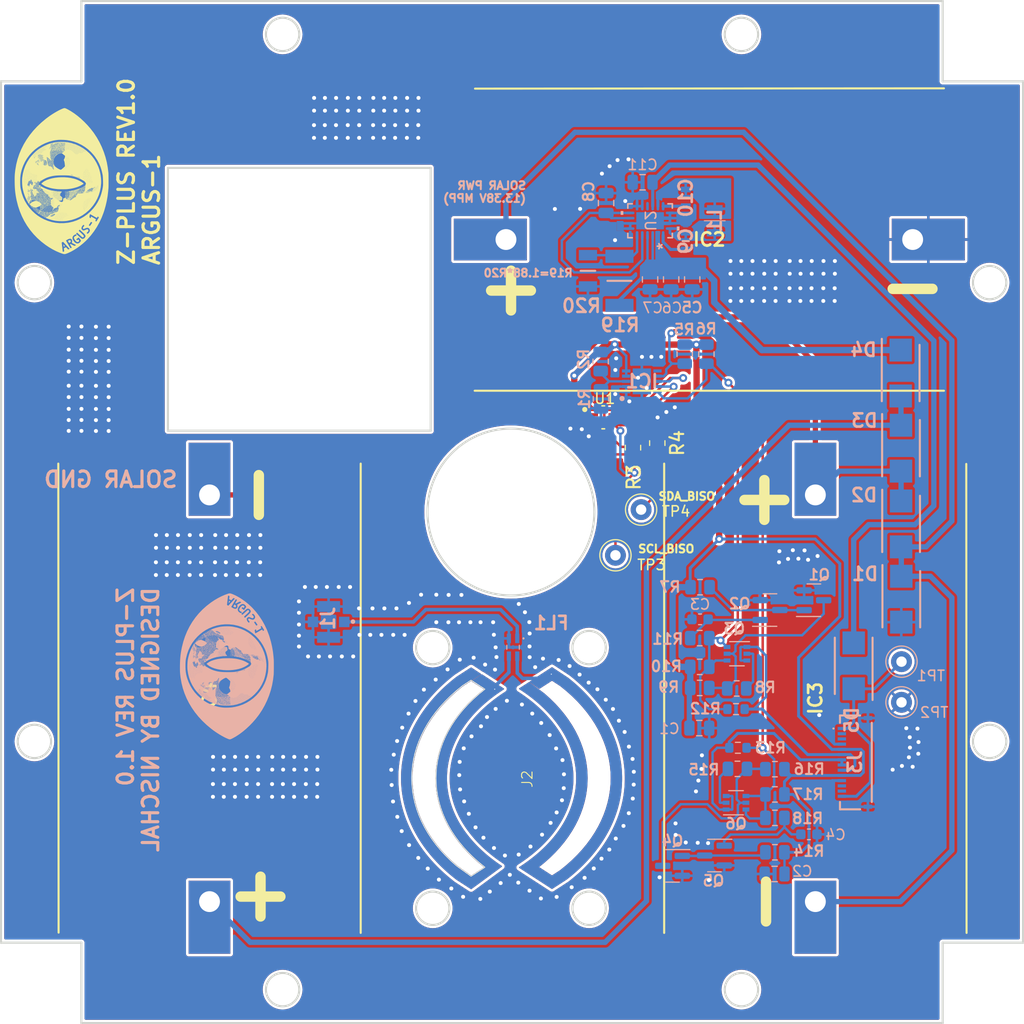
<source format=kicad_pcb>
(kicad_pcb (version 20221018) (generator pcbnew)
  (layers (0 "F.Cu" signal) (31 "B.Cu" signal) (34 "B.Paste" user) (35 "F.Paste" user) (36 "B.SilkS" user "B.Silkscreen") (37 "F.SilkS" user "F.Silkscreen") (38 "B.Mask" user) (39 "F.Mask" user) (44 "Edge.Cuts" user))
  (net 0 "")
  (net 1 "Net-(Q2-G)")
  (net 2 "GND")
  (net 3 "Net-(Q5-G)")
  (net 4 "Net-(U2-VCC)")
  (net 5 "Net-(U2-SW1)")
  (net 6 "Net-(U2-BST1)")
  (net 7 "Net-(U2-SW2)")
  (net 8 "Net-(U2-BST2)")
  (net 9 "/SOLAR_PANEL_ELECTRONICS/7023_vout")
  (net 10 "VSOLAR")
  (net 11 "Net-(IC1-XORL)")
  (net 12 "+3.3V")
  (net 14 "SCL_4001")
  (net 15 "SDA_4001")
  (net 16 "SDA_SUN")
  (net 17 "SCL_SUN")
  (net 18 "SCL1_b4iso")
  (net 19 "SDA1_b4iso")
  (net 20 "Net-(JP1-C)")
  (net 21 "Net-(Q1-G)")
  (net 22 "Net-(Q3A-B1)")
  (net 23 "Net-(Q4-G)")
  (net 24 "/1-")
  (net 25 "Net-(Q6A-B1)")
  (net 26 "/SOLAR_PANEL_ELECTRONICS/MPPC1")
  (net 27 "/1+")
  (net 32 "Net-(U2-PVIN)")
  (net 33 "Net-(U2-VOUT)")
  (net 34 "Net-(Q1-D)")
  (net 35 "Net-(Q4-D)")
  (net 36 "Net-(IC2-POS)")
  (net 37 "Net-(IC3-POS)")
  (net 38 "Net-(J1-SIGNAL)")
  (footprint "TestPoint:TestPoint_Loop_D1.80mm_Drill1.0mm_Beaded" (layer "F.Cu") (at 179.7 86.9)
    (fp_text reference "TP3")
    (fp_text value "TestPoint" hide)
  )
  (footprint "TestPoint:TestPoint_Loop_D1.80mm_Drill1.0mm_Beaded" (layer "F.Cu") (at 182.16 82.52)
    (fp_text reference "TP4")
    (fp_text value "TestPoint" hide)
  )
  (footprint "SparkFun-Jumper:SMT-JUMPER_3_NO_NO-SILK" (layer "F.Cu") (at 175.58 72.75 90)
    (fp_text reference "JP2")
    (fp_text value "~")
  )
  (footprint "OPT4001DTST:DTS0008A-MFG" (layer "F.Cu") (at 178.53 73.67)
    (fp_text reference "U1")
    (fp_text value "OPT4001DTST")
  )
  (footprint "AA_AUTO_LOADER:SODFL520290X120N" (layer "F.Cu") (at 198.87 100.61 -90)
    (fp_text reference "IC3")
    (fp_text value "SM141K08TFV" hide)
  )
  (footprint "SparkFun-Jumper:SMT-JUMPER_3_NO_NO-SILK" (layer "F.Cu") (at 178.63 76.41 -90)
    (fp_text reference "JP1")
    (fp_text value "~")
  )
  (footprint "Resistor_SMD:R_0805_2012Metric" (layer "F.Cu") (at 181.38 76.58 90)
    (fp_text reference "R3")
    (fp_text value "10K")
  )
  (footprint "logo:ARGUS_LOGO" (layer "F.Cu") (at 126.53 51.22 90)
    (fp_text reference "." hide)
    (fp_text value "." hide)
  )
  (footprint "AA_AUTO_LOADER:SODFL520290X120N" (layer "F.Cu") (at 140.77 100.61 90)
    (fp_text reference "IC4")
    (fp_text value "SM141K08TFV" hide)
  )
  (footprint "Resistor_SMD:R_0805_2012Metric" (layer "F.Cu") (at 183.71 76.14 90)
    (fp_text reference "R4")
    (fp_text value "10K")
  )
  (footprint "Audio_Module:Radio_antenna" (layer "F.Cu") (at 171.74 108.35 90)
    (fp_text reference "J2")
    (fp_text value "Tape_Measure_Antenna")
    (fp_poly (pts (xy 8.611776 -4.568544) (xy 9.467568 -5.89) (xy 8.949477 -6.69) (xy 8.470915 -7.28082) (xy 7.977619 -7.833524) (xy 7.470572 -8.34811) (xy 6.950755 -8.824578) (xy 6.419151 -9.262929) (xy 5.876742 -9.663162) (xy 5.32451 -10.025278) (xy 4.763438 -10.349277) (xy 4.194508 -10.635158) (xy 3.618701 -10.882921) (xy 3.037001 -11.092568) (xy 2.45039 -11.264096) (xy 1.85985 -11.397507) (xy 1.266363 -11.492801) (xy 0.670911 -11.549977) (xy 0.074477 -11.569036) (xy -0.521956 -11.549977) (xy -1.117408 -11.492801) (xy -1.710895 -11.397507) (xy -2.301435 -11.264096) (xy -2.888047 -11.092568) (xy -3.469747 -10.882921) (xy -4.045553 -10.635158) (xy -4.614483 -10.349277) (xy -5.175556 -10.025278) (xy -5.727788 -9.663162) (xy -6.270197 -9.262929) (xy -6.801801 -8.824578) (xy -7.321618 -8.34811) (xy -7.828665 -7.833524) (xy -8.321961 -7.28082) (xy -9.318613 -5.89) (xy -8.462821 -4.568544) (xy -8.002469 -5.136883) (xy -7.527943 -5.668556) (xy -7.04019 -6.163561) (xy -6.540152 -6.6219) (xy -6.028776 -7.043571) (xy -5.507006 -7.428575) (xy -4.975787 -7.776912) (xy -4.436064 -8.088582) (xy -3.888782 -8.363585) (xy -3.334886 -8.601921) (xy -2.77532 -8.80359) (xy -2.21103 -8.968592) (xy -1.64296 -9.096927) (xy -1.072056 -9.188595) (xy -0.499262 -9.243595) (xy 0.074477 -9.261929) (xy 0.648216 -9.243595) (xy 1.22101 -9.188595) (xy 1.791915 -9.096927) (xy 2.359984 -8.968592) (xy 2.924275 -8.80359) (xy 3.48384 -8.601921) (xy 4.037737 -8.363585) (xy 4.585019 -8.088582) (xy 5.124742 -7.776912) (xy 5.655961 -7.428575) (xy 6.177731 -7.043571) (xy 6.689107 -6.6219) (xy 7.189144 -6.163561) (xy 7.676898 -5.668556) (xy 8.151424 -5.136883)) (stroke (width 0.1)) (fill none) (layer "Edge.Cuts"))
  )
  (footprint "AA_AUTO_LOADER:SODFL520290X120N" (layer "F.Cu") (at 188.7 56.62)
    (fp_text reference "IC2")
    (fp_text value "SM141K08TFV" hide)
  )
  (footprint "AA_AUTO_LOADER:RESC5025X70N" (layer "B.Cu") (at 180.08 60.58 -90)
    (fp_text reference "R19")
    (fp_text value "12M" hide)
  )
  (footprint "AA_AUTO_LOADER:DIOM5436X330N" (layer "B.Cu") (at 207.05 69.42 -90)
    (fp_text reference "D4")
    (fp_text value "LSM115JE3_TR13" hide)
  )
  (footprint "AA_AUTO_LOADER:DIOM5436X330N" (layer "B.Cu") (at 202.545 97.5 90)
    (fp_text reference "D5")
    (fp_text value "LSM115JE3_TR13" hide)
  )
  (footprint "AA_AUTO_LOADER:DIOM5436X330N" (layer "B.Cu") (at 207.09 83.89 -90)
    (fp_text reference "D2")
    (fp_text value "LSM115JE3_TR13" hide)
  )
  (footprint "Resistor_SMD:R_0805_2012Metric" (layer "B.Cu") (at 194.99 112.08 180)
    (fp_text reference "R18")
    (fp_text value "100K")
  )
  (footprint "Resistor_SMD:R_0805_2012Metric" (layer "B.Cu") (at 187.78 94.84)
    (fp_text reference "R11")
    (fp_text value "100K")
  )
  (footprint "Capacitor_SMD:C_0603_1608Metric" (layer "B.Cu") (at 187.81 93.04 180)
    (fp_text reference "C3")
    (fp_text value "10nF")
  )
  (footprint "Package_TO_SOT_SMD:SOT-363_SC-70-6" (layer "B.Cu") (at 191.35 96.34 180)
    (fp_text reference "Q3")
    (fp_text value "MBT2222ADW1T1")
  )
  (footprint "Capacitor_SMD:C_0603_1608Metric" (layer "B.Cu") (at 198.25 113.66)
    (fp_text reference "C4")
    (fp_text value "10nF")
  )
  (footprint "TestPoint:TestPoint_Loop_D1.80mm_Drill1.0mm_Beaded" (layer "B.Cu") (at 207.13 97.1 180)
    (fp_text reference "TP1")
    (fp_text value "VSOLAR")
  )
  (footprint "TestPoint:TestPoint_Loop_D1.80mm_Drill1.0mm_Beaded" (layer "B.Cu") (at 207.13 101 180)
    (fp_text reference "TP2")
    (fp_text value "GND")
  )
  (footprint "Capacitor_SMD:C_0805_2012Metric" (layer "B.Cu") (at 178.8 53.12 90)
    (fp_text reference "C8")
    (fp_text value "4.7uF")
  )
  (footprint "AA_AUTO_LOADER:DIOM5436X330N" (layer "B.Cu") (at 207.11 91.11 -90)
    (fp_text reference "D1")
    (fp_text value "LSM115JE3_TR13" hide)
  )
  (footprint "Package_TO_SOT_SMD:SOT-23" (layer "B.Cu") (at 198.73 91.21)
    (fp_text reference "Q1")
    (fp_text value "BSS138")
  )
  (footprint "Capacitor_SMD:C_0805_2012Metric" (layer "B.Cu") (at 183.02 60.45 -90)
    (fp_text reference "C7")
    (fp_text value "1uF")
  )
  (footprint "AA_AUTO_LOADER:LQM2HPN1R0MG0L" (layer "B.Cu") (at 189.22 54.82 -90)
    (fp_text reference "L1")
    (fp_text value "LQM2HPN4R7MG0L" hide)
  )
  (footprint "Resistor_SMD:R_0603_1608Metric" (layer "B.Cu") (at 191.26 101.65 180)
    (fp_text reference "R12")
    (fp_text value "0")
  )
  (footprint "AA_AUTO_LOADER:RESC3116X65N" (layer "B.Cu") (at 177.06 59.62 90)
    (fp_text reference "R20")
    (fp_text value "1M" hide)
  )
  (footprint "Capacitor_SMD:C_0805_2012Metric" (layer "B.Cu") (at 182.3 51.13 180)
    (fp_text reference "C11")
    (fp_text value "47uF")
  )
  (footprint "AA_AUTO_LOADER:CAPC1608X90N" (layer "B.Cu") (at 186.44 56.77 -90)
    (fp_text reference "C9")
    (fp_text value "CGA3E2X7R1H223K080AA" hide)
  )
  (footprint "Resistor_SMD:R_0603_1608Metric" (layer "B.Cu") (at 191.44 105.36)
    (fp_text reference "R13")
    (fp_text value "0")
  )
  (footprint "Resistor_SMD:R_0805_2012Metric" (layer "B.Cu") (at 191.33 99.67)
    (fp_text reference "R8")
    (fp_text value "600")
  )
  (footprint "AA_AUTO_LOADER:F3311A7H121014E200" (layer "B.Cu") (at 202.755 106.76 -90)
    (fp_text reference "J3")
    (fp_text value "F3311A7H121014E200" hide)
  )
  (footprint "LTC3130:UDC_20_ADI" (layer "B.Cu") (at 183.02 54.82 90)
    (fp_text reference "U2")
    (fp_text value "LTC3130EUDC-1-PBF")
  )
  (footprint "AA_AUTO_LOADER:CAPC1608X90N" (layer "B.Cu") (at 186.44 52.62 -90)
    (fp_text reference "C10")
    (fp_text value "CGA3E2X7R1H223K080AA" hide)
  )
  (footprint "Resistor_SMD:R_0805_2012Metric" (layer "B.Cu") (at 178.31 71.9 -90)
    (fp_text reference "R1")
    (fp_text value "182K")
  )
  (footprint "Resistor_SMD:R_0805_2012Metric" (layer "B.Cu") (at 194.99 109.83)
    (fp_text reference "R17")
    (fp_text value "10K")
  )
  (footprint "logo:ARGUS_LOGO" (layer "B.Cu") (at 142.38 97.35 -90)
    (fp_text reference "." hide)
    (fp_text value "." hide)
  )
  (footprint "Resistor_SMD:R_0805_2012Metric" (layer "B.Cu") (at 187.78 97.6 180)
    (fp_text reference "R10")
    (fp_text value "10K")
  )
  (footprint "Resistor_SMD:R_0805_2012Metric" (layer "B.Cu") (at 187.81 89.96 180)
    (fp_text reference "R7")
    (fp_text value "10K")
  )
  (footprint "Capacitor_SMD:C_0805_2012Metric" (layer "B.Cu") (at 187.06 60.45 -90)
    (fp_text reference "C5")
    (fp_text value "4.7uF")
  )
  (footprint "Package_TO_SOT_SMD:SOT-23" (layer "B.Cu") (at 185.17 116.68 180)
    (fp_text reference "Q4")
    (fp_text value "BSS138")
  )
  (footprint "Resistor_SMD:R_0805_2012Metric" (layer "B.Cu") (at 187.78 99.62)
    (fp_text reference "R9")
    (fp_text value "10K")
  )
  (footprint "Capacitor_SMD:C_0805_2012Metric" (layer "B.Cu") (at 187.74 103.47)
    (fp_text reference "C1")
    (fp_text value "0.1uF")
  )
  (footprint "Resistor_SMD:R_0805_2012Metric" (layer "B.Cu") (at 191.4 107.38)
    (fp_text reference "R15")
    (fp_text value "600")
  )
  (footprint "Package_TO_SOT_SMD:SOT-23" (layer "B.Cu") (at 194.52 92.15)
    (fp_text reference "Q2")
    (fp_text value "BSS138")
  )
  (footprint "Resistor_SMD:R_0805_2012Metric" (layer "B.Cu") (at 178.28 68.32 -90)
    (fp_text reference "R2")
    (fp_text value "976k")
  )
  (footprint "Package_TO_SOT_SMD:SOT-23" (layer "B.Cu") (at 189.19 115.69 180)
    (fp_text reference "Q5")
    (fp_text value "BSS138")
  )
  (footprint "AA_AUTO_LOADER:73412-0110" (layer "B.Cu") (at 152.19 93.29 -90)
    (fp_text reference "J1")
    (fp_text value "73412-0114" hide)
  )
  (footprint "Package_TO_SOT_SMD:SOT-363_SC-70-6" (layer "B.Cu") (at 191.26 110.63)
    (fp_text reference "Q6")
    (fp_text value "MBT2222ADW1T1")
  )
  (footprint "Capacitor_SMD:C_0805_2012Metric" (layer "B.Cu") (at 194.96 117.46 180)
    (fp_text reference "C2")
    (fp_text value "0.1uF")
  )
  (footprint "Resistor_SMD:R_0805_2012Metric" (layer "B.Cu") (at 194.99 115.38)
    (fp_text reference "R14")
    (fp_text value "10K")
  )
  (footprint "Resistor_SMD:R_0805_2012Metric" (layer "B.Cu") (at 186.34 67.61 90)
    (fp_text reference "R5")
    (fp_text value "10K")
  )
  (footprint "Resistor_SMD:R_0805_2012Metric" (layer "B.Cu") (at 194.99 107.41 180)
    (fp_text reference "R16")
    (fp_text value "10K")
  )
  (footprint "AA_AUTO_LOADER:DIOM5436X330N" (layer "B.Cu") (at 207.08 76.63 -90)
    (fp_text reference "D3")
    (fp_text value "LSM115JE3_TR13" hide)
  )
  (footprint "AA_AUTO_LOADER:DXW21HN5011BL" (layer "B.Cu") (at 169.88 95.72 -90)
    (fp_text reference "FL1")
    (fp_text value "DXW21HN5011BL" hide)
  )
  (footprint "AA_AUTO_LOADER:SON50P300X300X85-11N-D" (layer "B.Cu") (at 182.23 70.22)
    (fp_text reference "IC1")
    (fp_text value "LTC4316IDD#PBF" hide)
  )
  (footprint "Resistor_SMD:R_0805_2012Metric" (layer "B.Cu") (at 188.42 67.61 90)
    (fp_text reference "R6")
    (fp_text value "10K")
  )
  (footprint "Capacitor_SMD:C_0805_2012Metric" (layer "B.Cu") (at 185.04 60.45 -90)
    (fp_text reference "C6")
    (fp_text value "47uF")
  )
  (gr_circle (center 162.174 120.75) (end 162.174 122.35) (stroke (width 0.2)) (fill none) (layer "Edge.Cuts"))
  (gr_line (start 211.08 131.75) (end 211.08 124.05) (stroke (width 0.2)) (layer "Edge.Cuts"))
  (gr_line (start 211.08 33.75) (end 128.48 33.75) (stroke (width 0.2)) (layer "Edge.Cuts"))
  (gr_line (start 161.98 74.95) (end 136.78 74.95) (stroke (width 0.2)) (layer "Edge.Cuts"))
  (gr_circle (center 169.674169 82.75) (end 169.674169 90.75) (stroke (width 0.2)) (fill none) (layer "Edge.Cuts"))
  (gr_circle (center 177.174 120.75) (end 177.174 122.35) (stroke (width 0.2)) (fill none) (layer "Edge.Cuts"))
  (gr_circle (center 123.98 104.75) (end 123.98 106.35) (stroke (width 0.2)) (fill none) (layer "Edge.Cuts"))
  (gr_line (start 136.78 49.75) (end 161.98 49.75) (stroke (width 0.2)) (layer "Edge.Cuts"))
  (gr_circle (center 147.78 36.95) (end 147.78 38.55) (stroke (width 0.2)) (fill none) (layer "Edge.Cuts"))
  (gr_line (start 128.48 41.45) (end 120.78 41.45) (stroke (width 0.2)) (layer "Edge.Cuts"))
  (gr_line (start 161.98 49.75) (end 161.98 74.95) (stroke (width 0.2)) (layer "Edge.Cuts"))
  (gr_circle (center 162.174 95.75) (end 162.174 97.35) (stroke (width 0.2)) (fill none) (layer "Edge.Cuts"))
  (gr_circle (center 215.58 60.75) (end 215.58 62.35) (stroke (width 0.2)) (fill none) (layer "Edge.Cuts"))
  (gr_line (start 211.08 41.45) (end 211.08 33.75) (stroke (width 0.2)) (layer "Edge.Cuts"))
  (gr_line (start 218.78 41.45) (end 211.08 41.45) (stroke (width 0.2)) (layer "Edge.Cuts"))
  (gr_circle (center 123.98 60.75) (end 123.98 62.35) (stroke (width 0.2)) (fill none) (layer "Edge.Cuts"))
  (gr_circle (center 177.174 95.75) (end 177.174 97.35) (stroke (width 0.2)) (fill none) (layer "Edge.Cuts"))
  (gr_line (start 218.78 124.05) (end 218.78 41.45) (stroke (width 0.2)) (layer "Edge.Cuts"))
  (gr_line (start 120.78 124.05) (end 128.48 124.05) (stroke (width 0.2)) (layer "Edge.Cuts"))
  (gr_circle (center 191.78 128.55) (end 191.78 130.15) (stroke (width 0.2)) (fill none) (layer "Edge.Cuts"))
  (gr_line (start 136.78 74.95) (end 136.78 49.75) (stroke (width 0.2)) (layer "Edge.Cuts"))
  (gr_line (start 120.78 41.45) (end 120.78 124.05) (stroke (width 0.2)) (layer "Edge.Cuts"))
  (gr_circle (center 147.78 128.55) (end 147.78 130.15) (stroke (width 0.2)) (fill none) (layer "Edge.Cuts"))
  (gr_line (start 128.48 124.05) (end 128.48 131.75) (stroke (width 0.2)) (layer "Edge.Cuts"))
  (gr_circle (center 215.58 104.75) (end 215.58 106.35) (stroke (width 0.2)) (fill none) (layer "Edge.Cuts"))
  (gr_line (start 128.48 33.75) (end 128.48 41.45) (stroke (width 0.2)) (layer "Edge.Cuts"))
  (gr_circle (center 191.78 36.95) (end 191.78 38.55) (stroke (width 0.2)) (fill none) (layer "Edge.Cuts"))
  (gr_line (start 211.08 124.05) (end 218.78 124.05) (stroke (width 0.2)) (layer "Edge.Cuts"))
  (gr_line (start 128.48 131.75) (end 211.08 131.75) (stroke (width 0.2)) (layer "Edge.Cuts"))
  (gr_text "SOLAR PWR\n(13.38V MPP)" (at 171.23 53.12) (layer "B.SilkS") (effects (font (size 0.762 0.762) (thickness 0.1905) bold) (justify left bottom mirror)))
  (gr_text "SOLAR GND" (at 137.85 80.51) (layer "B.SilkS") (effects (font (size 1.5 1.5) (thickness 0.3) bold) (justify left bottom mirror)))
  (gr_text "Z-PLUS REV 1.0\nDESIGNED BY NISCHAL\n" (at 136.01 89.82 90) (layer "B.SilkS") (effects (font (size 1.5 1.5) (thickness 0.3) bold) (justify left bottom mirror)))
  (gr_text "R19=1.88*R20" (at 175.7 60.28) (layer "B.SilkS") (effects (font (size 0.762 0.762) (thickness 0.1905) bold) (justify left bottom mirror)))
  (gr_text "SCL_BISO\n" (at 181.78 86.73) (layer "F.SilkS") (effects (font (size 0.762 0.762) (thickness 0.1905) bold) (justify left bottom)))
  (gr_text "Z-PLUS REV1.0 \nARGUS-1" (at 136.09 59.22 90) (layer "F.SilkS") (effects (font (size 1.5 1.5) (thickness 0.3) bold) (justify left bottom)))
  (gr_text "SDA_BISO\n" (at 183.73 81.69) (layer "F.SilkS") (effects (font (size 0.762 0.762) (thickness 0.1905) bold) (justify left bottom)))
  (segment (start 193.5825 93.1) (end 188.6075 93.1) (width 0.23495) (layer "B.Cu") (net 1))
  (segment (start 188.6075 93.1) (end 186.8675 94.84) (width 0.23495) (layer "B.Cu") (net 1))
  (via (at 171.47 94.4) (size 0.762) (drill 0.381) (layers "F.Cu" "B.Cu") (net 2))
  (via (at 196.25 87.25) (size 0.762) (drill 0.381) (layers "F.Cu" "B.Cu") (net 2))
  (via (at 177.62 116.93) (size 0.762) (drill 0.381) (layers "F.Cu" "B.Cu") (net 2))
  (via (at 158.37 110.51) (size 0.762) (drill 0.381) (layers "F.Cu" "B.Cu") (net 2))
  (via (at 145.44 106.23) (size 0.762) (drill 0.381) (layers "F.Cu" "B.Cu") (net 2))
  (via (at 151.12 106.23) (size 0.762) (drill 0.381) (layers "F.Cu" "B.Cu") (net 2))
  (via (at 136.68 84.96) (size 0.762) (drill 0.381) (layers "F.Cu" "B.Cu") (net 2))
  (via (at 129.88 70.65) (size 0.762) (drill 0.381) (layers "F.Cu" "B.Cu") (net 2))
  (via (at 143.22 107.45) (size 0.762) (drill 0.381) (layers "F.Cu" "B.Cu") (net 2))
  (via (at 142.15 106.23) (size 0.762) (drill 0.381) (layers "F.Cu" "B.Cu") (net 2))
  (via (at 183.93 117.78) (size 0.762) (drill 0.381) (layers "F.Cu" "B.Cu") (net 2))
  (via (at 152.91 43.04) (size 0.762) (drill 0.381) (layers "F.Cu" "B.Cu") (net 2))
  (via (at 139.97 84.96) (size 0.762) (drill 0.381) (layers "F.Cu" "B.Cu") (net 2))
  (via (at 181.03 72.14) (size 0.762) (drill 0.381) (layers "F.Cu" "B.Cu") (net 2))
  (via (at 151.1 108.84) (size 0.762) (drill 0.381) (layers "F.Cu" "B.Cu") (net 2))
  (via (at 129.88 72.87) (size 0.762) (drill 0.381) (layers "F.Cu" "B.Cu") (net 2))
  (via (at 191.76 62.51) (size 0.762) (drill 0.381) (layers "F.Cu" "B.Cu") (net 2))
  (via (at 196.71 86.41) (size 0.762) (drill 0.381) (layers "F.Cu" "B.Cu") (net 2))
  (via (at 159.2 113.35) (size 0.762) (drill 0.381) (layers "F.Cu" "B.Cu") (net 2))
  (via (at 151.83 45.65) (size 0.762) (drill 0.381) (layers "F.Cu" "B.Cu") (net 2))
  (via (at 153.46 96.6) (size 0.762) (drill 0.381) (layers "F.Cu" "B.Cu") (net 2))
  (via (at 192.84 59.9) (size 0.762) (drill 0.381) (layers "F.Cu" "B.Cu") (net 2))
  (via (at 149.35 92.41) (size 0.762) (drill 0.381) (layers "F.Cu" "B.Cu") (net 2))
  (via (at 142.15 107.45) (size 0.762) (drill 0.381) (layers "F.Cu" "B.Cu") (net 2))
  (via (at 192.83 62.51) (size 0.762) (drill 0.381) (layers "F.Cu" "B.Cu") (net 2))
  (via (at 137.74 88.79) (size 0.762) (drill 0.381) (layers "F.Cu" "B.Cu") (net 2))
  (via (at 127.27 74.97) (size 0.762) (drill 0.381) (layers "F.Cu" "B.Cu") (net 2))
  (via (at 158.7 91.99) (size 0.762) (drill 0.381) (layers "F.Cu" "B.Cu") (net 2))
  (via (at 127.27 71.73) (size 0.762) (drill 0.381) (layers "F.Cu" "B.Cu") (net 2))
  (via (at 145.43 108.84) (size 0.762) (drill 0.381) (layers "F.Cu" "B.Cu") (net 2))
  (via (at 145.43 110.06) (size 0.762) (drill 0.381) (layers "F.Cu" "B.Cu") (net 2))
  (via (at 149.92 89.94) (size 0.762) (drill 0.381) (layers "F.Cu" "B.Cu") (net 2))
  (via (at 185.47 113.71) (size 0.762) (drill 0.381) (layers "F.Cu" "B.Cu") (net 2))
  (via (at 158.44 106.02) (size 0.762) (drill 0.381) (layers "F.Cu" "B.Cu") (net 2))
  (via (at 180.98 111.63) (size 0.762) (drill 0.381) (layers "F.Cu" "B.Cu") (net 2))
  (via (at 170.38 118.29) (size 0.762) (drill 0.381) (layers "F.Cu" "B.Cu") (net 2))
  (via (at 146.77 110.06) (size 0.762) (drill 0.381) (layers "F.Cu" "B.Cu") (net 2))
  (via (at 150.8 43.04) (size 0.762) (drill 0.381) (layers "F.Cu" "B.Cu") (net 2))
  (via (at 142.34 87.57) (size 0.762) (drill 0.381) (layers "F.Cu" "B.Cu") (net 2))
  (via (at 143.22 106.23) (size 0.762) (drill 0.381) (layers "F.Cu" "B.Cu") (net 2))
  (via (at 155.15 94.53) (size 0.762) (drill 0.381) (layers "F.Cu" "B.Cu") (net 2))
  (via (at 127.27 72.86) (size 0.762) (drill 0.381) (layers "F.Cu" "B.Cu") (net 2))
  (via (at 199.63 62.51) (size 0.762) (drill 0.381) (layers "F.Cu" "B.Cu") (net 2))
  (via (at 165.64 111.69) (size 0.762) (drill 0.381) (layers "F.Cu" "B.Cu") (net 2))
  (via (at 146.77 108.84) (size 0.762) (drill 0.381) (layers "F.Cu" "B.Cu") (net 2))
  (via (at 154.25 89.94) (size 0.762) (drill 0.381) (layers "F.Cu" "B.Cu") (net 2))
  (via (at 166.1 96.72) (size 0.762) (drill 0.381) (layers "F.Cu" "B.Cu") (net 2))
  (via (at 144.34 110.06) (size 0.762) (drill 0.381) (layers "F.Cu" "B.Cu") (net 2))
  (via (at 195.06 59.9) (size 0.762) (drill 0.381) (layers "F.Cu" "B.Cu") (net 2))
  (via (at 162.52 90.68) (size 0.762) (drill 0.381) (layers "F.Cu" "B.Cu") (net 2))
  (via (at 137.75 84.96) (size 0.762) (drill 0.381) (layers "F.Cu" "B.Cu") (net 2))
  (via (at 174.01 105.42) (size 0.762) (drill 0.381) (layers "F.Cu" "B.Cu") (net 2))
  (via (at 197.43 62.51) (size 0.762) (drill 0.381) (layers "F.Cu" "B.Cu") (net 2))
  (via (at 164.72 107.98) (size 0.762) (drill 0.381) (layers "F.Cu" "B.Cu") (net 2))
  (via (at 200.74 59.9) (size 0.762) (drill 0.381) (layers "F.Cu" "B.Cu") (net 2))
  (via (at 148.88 110.06) (size 0.762) (drill 0.381) (layers "F.Cu" "B.Cu") (net 2))
  (via (at 162.77 118) (size 0.762) (drill 0.381) (layers "F.Cu" "B.Cu") (net 2))
  (via (at 199.63 61.29) (size 0.762) (drill 0.381) (layers "F.Cu" "B.Cu") (net 2))
  (via (at 163.7 90.7) (size 0.762) (drill 0.381) (layers "F.Cu" "B.Cu") (net 2))
  (via (at 199.24 102.22) (size 0.762) (drill 0.381) (layers "F.Cu" "B.Cu") (net 2))
  (via (at 149.35 91.32) (size 0.762) (drill 0.381) (layers "F.Cu" "B.Cu") (net 2))
  (via (at 171.55 114.83) (size 0.762) (drill 0.381) (layers "F.Cu" "B.Cu") (net 2))
  (via (at 176.31 53.68) (size 0.762) (drill 0.381) (layers "F.Cu" "B.Cu") (net 2))
  (via (at 159.7 46.87) (size 0.762) (drill 0.381) (layers "F.Cu" "B.Cu") (net 2))
  (via (at 162.52 93.32) (size 0.762) (drill 0.381) (layers "F.Cu" "B.Cu") (net 2))
  (via (at 135.64 84.96) (size 0.762) (drill 0.381) (layers "F.Cu" "B.Cu") (net 2))
  (via (at 172.58 102.98) (size 0.762) (drill 0.381) (layers "F.Cu" "B.Cu") (net 2))
  (via (at 131.1 72.87) (size 0.762) (drill 0.381) (layers "F.Cu" "B.Cu") (net 2))
  (via (at 171.46 119.06) (size 0.762) (drill 0.381) (layers "F.Cu" "B.Cu") (net 2))
  (via (at 141.32 84.96) (size 0.762) (drill 0.381) (layers "F.Cu" "B.Cu") (net 2))
  (via (at 145.44 107.45) (size 0.762) (drill 0.381) (layers "F.Cu" "B.Cu") (net 2))
  (via (at 148.9 106.23) (size 0.762) (drill 0.381) (layers "F.Cu" "B.Cu") (net 2))
  (via (at 147.81 108.84) (size 0.762) (drill 0.381) (layers "F.Cu" "B.Cu") (net 2))
  (via (at 128.49 67.18) (size 0.762) (drill 0.381) (layers "F.Cu" "B.Cu") (net 2))
  (via (at 174.76 107.9) (size 0.762) (drill 0.381) (layers "F.Cu" "B.Cu") (net 2))
  (via (at 135.63 87.57) (size 0.762) (drill 0.381) (layers "F.Cu" "B.Cu") (net 2))
  (via (at 163.96 118.85) (size 0.762) (drill 0.381) (layers "F.Cu" "B.Cu") (net 2))
  (via (at 129.88 67.2) (size 0.762) (drill 0.381) (layers "F.Cu" "B.Cu") (net 2))
  (via (at 198.5 61.29) (size 0.762) (drill 0.381) (layers "F.Cu" "B.Cu") (net 2))
  (via (at 198.17 87.33) (size 0.762) (drill 0.381) (layers "F.Cu" "B.Cu") (net 2))
  (via (at 131.1 68.27) (size 0.762) (drill 0.381) (layers "F.Cu" "B.Cu") (net 2))
  (via (at 198.52 59.9) (size 0.762) (drill 0.381) (layers "F.Cu" "B.Cu") (net 2))
  (via (at 131.1 67.2) (size 0.762) (drill 0.381) (layers "F.Cu" "B.Cu") (net 2))
  (via (at 187.42 109.54) (size 0.762) (drill 0.381) (layers "F.Cu" "B.Cu") (net 2))
  (via (at 180.03 102.76) (size 0.762) (drill 0.381) (layers "F.Cu" "B.Cu") (net 2))
  (via (at 143.21 110.06) (size 0.762) (drill 0.381) (layers "F.Cu" "B.Cu") (net 2))
  (via (at 178.4 50.3) (size 0.762) (drill 0.381) (layers "F.Cu" "B.Cu") (net 2))
  (via (at 145.63 87.57) (size 0.762) (drill 0.381) (layers "F.Cu" "B.Cu") (net 2))
  (via (at 159.86 102.08) (size 0.762) (drill 0.381) (layers "F.Cu" "B.Cu") (net 2))
  (via (at 179.9 49) (size 0.762) (drill 0.381) (layers "F.Cu" "B.Cu") (net 2))
  (via (at 158.39 94.53) (size 0.762) (drill 0.381) (layers "F.Cu" "B.Cu") (net 2))
  (via (at 185.39 72.71) (size 0.762) (drill 0.381) (layers "F.Cu" "B.Cu") (net 2))
  (via (at 166.762079 93.32) (size 0.762) (drill 0.381) (layers "F.Cu" "B.Cu") (net 2))
  (via (at 136.68 86.18) (size 0.762) (drill 0.381) (layers "F.Cu" "B.Cu") (net 2))
  (via (at 168.69 118.33) (size 0.762) (drill 0.381) (layers "F.Cu" "B.Cu") (net 2))
  (via (at 156.48 44.26) (size 0.762) (drill 0.381) (layers "F.Cu" "B.Cu") (net 2))
  (via (at 186.44 114.44) (size 0.762) (drill 0.381) (layers "F.Cu" "B.Cu") (net 2))
  (via (at 131.1 74.98) (size 0.762) (drill 0.381) (layers "F.Cu" "B.Cu") (net 2))
  (via (at 177.14 75.49) (size 0.762) (drill 0.381) (layers "F.Cu" "B.Cu") (net 2))
  (via (at 150.79 45.65) (size 0.762) (drill 0.381) (layers "F.Cu" "B.Cu") (net 2))
  (via (at 196.41 58.68) (size 0.762) (drill 0.381) (layers "F.Cu" "B.Cu") (net 2))
  (via (at 128.49 70.64) (size 0.762) (drill 0.381) (layers "F.Cu" "B.Cu") (net 2))
  (via (at 174.62 106.54) (size 0.762) (drill 0.381) (layers "F.Cu" "B.Cu") (net 2))
  (via (at 160.79 45.65) (size 0.762) (drill 0.381) (layers "F.Cu" "B.Cu") (net 2))
  (via (at 184.58 73.16) (size 0.762) (drill 0.381) (layers "F.Cu" "B.Cu") (net 2))
  (via (at 155.11 91.99) (size 0.762) (drill 0.381) (layers "F.Cu" "B.Cu") (net 2))
  (via (at 131.1 73.94) (size 0.762) (drill 0.381) (layers "F.Cu" "B.Cu") (net 2))
  (via (at 191.76 61.29) (size 0.762) (drill 0.381) (layers "F.Cu" "B.Cu") (net 2))
  (via (at 142.14 110.06) (size 0.762) (drill 0.381) (layers "F.Cu" "B.Cu") (net 2))
  (via (at 170.73 101.21) (size 0.762) (drill 0.381) (layers "F.Cu" "B.Cu") (net 2))
  (via (at 172.75 96.81) (size 0.762) (drill 0.381) (layers "F.Cu" "B.Cu") (net 2))
  (via (at 145.63 88.79) (size 0.762) (drill 0.381) (layers "F.Cu" "B.Cu") (net 2))
  (via (at 172.66 113.69) (size 0.762) (drill 0.381) (layers "F.Cu" "B.Cu") (net 2))
  (via (at 171.46 95.64) (size 0.762) (drill 0.381) (layers "F.Cu" "B.Cu") (net 2))
  (via (at 162.46 98.82) (size 0.762) (drill 0.381) (layers "F.Cu" "B.Cu") (net 2))
  (via (at 191.77 58.68) (size 0.762) (drill 0.381) (layers "F.Cu" "B.Cu") (net 2))
  (via (at 127.27 68.25) (size 0.762) (drill 0.381) (layers "F.Cu" "B.Cu") (net 2))
  (via (at 172 97.63) (size 0.762) (drill 0.381) (layers "F.Cu" "B.Cu") (net 2))
  (via (at 154.04 43.04) (size 0.762) (drill 0.381) (layers "F.Cu" "B.Cu") (net 2))
  (via (at 207.84 106.27) (size 0.762) (drill 0.381) (layers "F.Cu" "B.Cu") (net 2))
  (via (at 165.79 93.32) (size 0.762) (drill 0.381) (layers "F.Cu" "B.Cu") (net 2))
  (via (at 168.05 114.97) (size 0.762) (drill 0.381) (layers "F.Cu" "B.Cu") (net 2))
  (via (at 174.57 110.39) (size 0.762) (drill 0.381) (layers "F.Cu" "B.Cu") (net 2))
  (via (at 148.9 107.45) (size 0.762) (drill 0.381) (layers "F.Cu" "B.Cu") (net 2))
  (via (at 200.72 62.51) (size 0.762) (drill 0.381) (layers "F.Cu" "B.Cu") (net 2))
  (via (at 154.55 96.6) (size 0.762) (drill 0.381) (layers "F.Cu" "B.Cu") (net 2))
  (via (at 190.73 59.9) (size 0.762) (drill 0.381) (layers "F.Cu" "B.Cu") (net 2))
  (via (at 170.42 115.6) (size 0.762) (drill 0.381) (layers "F.Cu" "B.Cu") (net 2))
  (via (at 167.38 102.41) (size 0.762) (drill 0.381) (layers "F.Cu" "B.Cu") (net 2))
  (via (at 188.66 118.05) (size 0.762) (drill 0.381) (layers "F.Cu" "B.Cu") (net 2))
  (via (at 164.77 96.91) (size 0.762) (drill 0.381) (layers "F.Cu" "B.Cu") (net 2))
  (via (at 147.83 106.23) (size 0.762) (drill 0.381) (layers "F.Cu" "B.Cu") (net 2))
  (via (at 182.7 70.86) (size 0.762) (drill 0.381) (layers "F.Cu" "B.Cu") (net 2))
  (via (at 174.74 109.23) (size 0.762) (drill 0.381) (layers "F.Cu" "B.Cu") (net 2))
  (via (at 157.5 46.87) (size 0.762) (drill 0.381) (layers "F.Cu" "B.Cu") (net 2))
  (via (at 150.8 44.26) (size 0.762) (drill 0.381) (layers "F.Cu" "B.Cu") (net 2))
  (via (at 179.66 56.68) (size 0.762) (drill 0.381) (layers "F.Cu" "B.Cu") (net 2))
  (via (at 195.05 62.51) (size 0.762) (drill 0.381) (layers "F.Cu" "B.Cu") (net 2))
  (via (at 127.27 64.96) (size 0.762) (drill 0.381) (layers "F.Cu" "B.Cu") (net 2))
  (via (at 206.28 107.46) (size 0.762) (drill 0.381) (layers "F.Cu" "B.Cu") (net 2))
  (via (at 143.41 88.79) (size 0.762) (drill 0.381) (layers "F.Cu" "B.Cu") (net 2))
  (via (at 178.77 100.75) (size 0.762) (drill 0.381) (layers "F.Cu" "B.Cu") (net 2))
  (via (at 198.5 62.51) (size 0.762) (drill 0.381) (layers "F.Cu" "B.Cu") (net 2))
  (via (at 193.96 62.51) (size 0.762) (drill 0.381) (layers "F.Cu" "B.Cu") (net 2))
  (via (at 171.72 102.08) (size 0.762) (drill 0.381) (layers "F.Cu" "B.Cu") (net 2))
  (via (at 155.13 43.04) (size 0.762) (drill 0.381) (layers "F.Cu" "B.Cu") (net 2))
  (via (at 190.72 62.51) (size 0.762) (drill 0.381) (layers "F.Cu" "B.Cu") (net 2))
  (via (at 160.81 43.04) (size 0.762) (drill 0.381) (layers "F.Cu" "B.Cu") (net 2))
  (via (at 195.42 86.51) (size 0.762) (drill 0.381) (layers "F.Cu" "B.Cu") (net 2))
  (via (at 141.1 108.84) (size 0.762) (drill 0.381) (layers "F.Cu" "B.Cu") (net 2))
  (via (at 181.34 106.43) (size 0.762) (drill 0.381) (layers "F.Cu" "B.Cu") (net 2))
  (via (at 179.69 69.13) (size 0.762) (drill 0.381) (layers "F.Cu" "B.Cu") (net 2))
  (via (at 208.2 107.18) (size 0.762) (drill 0.381) (layers "F.Cu" "B.Cu") (net 2))
  (via (at 180.99 105.25) (size 0.762) (drill 0.381) (layers "F.Cu" "B.Cu") (net 2))
  (via (at 196.39 61.29) (size 0.762) (drill 0.381) (layers "F.Cu" "B.Cu") (net 2))
  (via (at 151.26 96.6) (size 0.762) (drill 0.381) (layers "F.Cu" "B.Cu") (net 2))
  (via (at 152.91 44.26) (size 0.762) (drill 0.381) (layers "F.Cu" "B.Cu") (net 2))
  (via (at 166.282789 112.989975) (size 0.762) (drill 0.381) (layers "F.Cu" "B.Cu") (net 2))
  (via (at 150.96 89.94) (size 0.762) (drill 0.381) (layers "F.Cu" "B.Cu") (net 2))
  (via (at 168.21 101.63) (size 0.762) (drill 0.381) (layers "F.Cu" "B.Cu") (net 2))
  (via (at 147.81 110.06) (size 0.762) (drill 0.381) (layers "F.Cu" "B.Cu") (net 2))
  (via (at 173.89 53.69) (size 0.762) (drill 0.381) (layers "F.Cu" "B.Cu") (net 2))
  (via (at 151.1 110.06) (size 0.762) (drill 0.381) (layers "F.Cu" "B.Cu") (net 2))
  (via (at 141.3 87.57) (size 0.762) (drill 0.381) (layers "F.Cu" "B.Cu") (net 2))
  (via (at 147.83 107.45) (size 0.762) (drill 0.381) (layers "F.Cu" "B.Cu") (net 2))
  (via (at 141.11 107.45) (size 0.762) (drill 0.381) (layers "F.Cu" "B.Cu") (net 2))
  (via (at 150.03 106.23) (size 0.762) (drill 0.381) (layers "F.Cu" "B.Cu") (net 2))
  (via (at 184.09 67.87) (size 0.762) (drill 0.381) (layers "F.Cu" "B.Cu") (net 2))
  (via (at 157.5 45.65) (size 0.762) (drill 0.381) (layers "F.Cu" "B.Cu") (net 2))
  (via (at 166.74 119.85) (size 0.762) (drill 0.381) (layers "F.Cu" "B.Cu") (net 2))
  (via (at 199.08 86.97) (size 0.762) (drill 0.381) (layers "F.Cu" "B.Cu") (net 2))
  (via (at 207.94 105.34) (size 0.762) (drill 0.381) (layers "F.Cu" "B.Cu") (net 2))
  (via (at 173.39 104.14) (size 0.762) (drill 0.381) (layers "F.Cu" "B.Cu") (net 2))
  (via (at 156.48 43.04) (size 0.762) (drill 0.381) (layers "F.Cu" "B.Cu") (net 2))
  (via (at 143.43 86.18) (size 0.762) (drill 0.381) (layers "F.Cu" "B.Cu") (net 2))
  (via (at 178.36 115.99) (size 0.762) (drill 0.381) (layers "F.Cu" "B.Cu") (net 2))
  (via (at 159.72 43.04) (size 0.762) (drill 0.381) (layers "F.Cu" "B.Cu") (net 2))
  (via (at 150.22 96.6) (size 0.762) (drill 0.381) (layers "F.Cu" "B.Cu") (net 2))
  (via (at 135.64 86.18) (size 0.762) (drill 0.381) (layers "F.Cu" "B.Cu") (net 2))
  (via (at 187.59 114.47) (size 0.762) (drill 0.381) (layers "F.Cu" "B.Cu") (net 2))
  (via (at 144.54 88.79) (size 0.762) (drill 0.381) (layers "F.Cu" "B.Cu") (net 2))
  (via (at 183.74 73.68) (size 0.762) (drill 0.381) (layers "F.Cu" "B.Cu") (net 2))
  (via (at 190.73 58.68) (size 0.762) (drill 0.381) (layers "F.Cu" "B.Cu") (net 2))
  (via (at 129.88 73.94) (size 0.762) (drill 0.381) (layers "F.Cu" "B.Cu") (net 2))
  (via (at 151.84 44.26) (size 0.762) (drill 0.381) (layers "F.Cu" "B.Cu") (net 2))
  (via (at 177.13 99.11) (size 0.762) (drill 0.381) (layers "F.Cu" "B.Cu") (net 2))
  (via (at 197.24 87.23) (size 0.762) (drill 0.381) (layers "F.Cu" "B.Cu") (net 2))
  (via (at 181.87 69.87) (size 0.762) (drill 0.381) (layers "F.Cu" "B.Cu") (net 2))
  (via (at 158.24 108.93) (size 0.762) (drill 0.381) (layers "F.Cu" "B.Cu") (net 2))
  (via (at 175.5 118.73) (size 0.762) (drill 0.381) (layers "F.Cu" "B.Cu") (net 2))
  (via (at 197.43 61.29) (size 0.762) (drill 0.381) (layers "F.Cu" "B.Cu") (net 2))
  (via (at 160.81 44.26) (size 0.762) (drill 0.381) (layers "F.Cu" "B.Cu") (net 2))
  (via (at 181.46 107.66) (size 0.762) (drill 0.381) (layers "F.Cu" "B.Cu") (net 2))
  (via (at 159.7 45.65) (size 0.762) (drill 0.381) (layers "F.Cu" "B.Cu") (net 2))
  (via (at 158.78 111.98) (size 0.762) (drill 0.381) (layers "F.Cu" "B.Cu") (net 2))
  (via (at 127.27 66.05) (size 0.762) (drill 0.381) (layers "F.Cu" "B.Cu") (net 2))
  (via (at 150.01 108.84) (size 0.762) (drill 0.381) (layers "F.Cu" "B.Cu") (net 2))
  (via (at 128.49 66.05) (size 0.762) (drill 0.381) (layers "F.Cu" "B.Cu") (net 2))
  (via (at 141.3 88.79) (size 0.762) (drill 0.381) (layers "F.Cu" "B.Cu") (net 2))
  (via (at 128.49 72.86) (size 0.762) (drill 0.381) (layers "F.Cu" "B.Cu") (net 2))
  (via (at 190.72 61.29) (size 0.762) (drill 0.381) (layers "F.Cu" "B.Cu") (net 2))
  (via (at 160.79 46.87) (size 0.762) (drill 0.381) (layers "F.Cu" "B.Cu") (net 2))
  (via (at 197.45 58.68) (size 0.762) (drill 0.381) (layers "F.Cu" "B.Cu") (net 2))
  (via (at 188.58 114.5) (size 0.762) (drill 0.381) (layers "F.Cu" "B.Cu") (net 2))
  (via (at 179.68 71.44) (size 0.762) (drill 0.381) (layers "F.Cu" "B.Cu") (net 2))
  (via (at 176.47 74.81) (size 0.762) (drill 0.381) (layers "F.Cu" "B.Cu") (net 2))
  (via (at 157.52 44.26) (size 0.762) (drill 0.381) (layers "F.Cu" "B.Cu") (net 2))
  (via (at 152.03 89.94) (size 0.762) (drill 0.381) (layers "F.Cu" "B.Cu") (net 2))
  (via (at 193.96 61.29) (size 0.762) (drill 0.381) (layers "F.Cu" "B.Cu") (net 2))
  (via (at 197.83 86.43) (size 0.762) (drill 0.381) (layers "F.Cu" "B.Cu") (net 2))
  (via (at 195.05 61.29) (size 0.762) (drill 0.381) (layers "F.Cu" "B.Cu") (net 2))
  (via (at 208.66 103.52) (size 0.762) (drill 0.381) (layers "F.Cu" "B.Cu") (net 2))
  (via (at 144.35 106.23) (size 0.762) (drill 0.381) (layers "F.Cu" "B.Cu") (net 2))
  (via (at 193.97 58.68) (size 0.762) (drill 0.381) (layers "F.Cu" "B.Cu") (net 2))
  (via (at 138.88 84.96) (size 0.762) (drill 0.381) (layers "F.Cu" "B.Cu") (net 2))
  (via (at 164.8 109.35) (size 0.762) (drill 0.381) (layers "F.Cu" "B.Cu") (net 2))
  (via (at 171.47 96.67) (size 0.762) (drill 0.381) (layers "F.Cu" "B.Cu") (net 2))
  (via (at 158.59 43.04) (size 0.762) (drill 0.381) (layers "F.Cu" "B.Cu") (net 2))
  (via (at 198.52 58.68) (size 0.762) (drill 0.381) (layers "F.Cu" "B.Cu") (net 2))
  (via (at 138.88 86.18) (size 0.762) (drill 0.381) (layers "F.Cu" "B.Cu") (net 2))
  (via (at 139.96 87.57) (size 0.762) (drill 0.381) (layers "F.Cu" "B.Cu") (net 2))
  (via (at 155.12 45.65) (size 0.762) (drill 0.381) (layers "F.Cu" "B.Cu") (net 2))
  (via (at 207.59 103.48) (size 0.762) (drill 0.381) (layers "F.Cu" "B.Cu") (net 2))
  (via (at 141.11 106.23) (size 0.762) (drill 0.381) (layers "F.Cu" "B.Cu") (net 2))
  (via (at 129.88 69.31) (size 0.762) (drill 0.381) (layers "F.Cu" "B.Cu") (net 2))
  (via (at 174.06 111.56) (size 0.762) (drill 0.381) (layers "F.Cu" "B.Cu") (net 2))
  (via (at 187.65 108.5) (size 0.762) (drill 0.381) (layers "F.Cu" "B.Cu") (net 2))
  (via (at 208.76 104.81) (size 0.762) (drill 0.381) (layers "F.Cu" "B.Cu") (net 2))
  (via (at 175.38 74.75) (size 0.762) (drill 0.381) (layers "F.Cu" "B.Cu") (net 2))
  (via (at 180.58 103.84) (size 0.762) (drill 0.381) (layers "F.Cu" "B.Cu") (net 2))
  (via (at 199.65 59.9) (size 0.762) (drill 0.381) (layers "F.Cu" "B.Cu") (net 2))
  (via (at 154.03 46.87) (size 0.762) (drill 0.381) (layers "F.Cu" "B.Cu") (net 2))
  (via (at 173.48 112.56) (size 0.762) (drill 0.381) (layers "F.Cu" "B.Cu") (net 2))
  (via (at 165.896276 104.262765) (size 0.762) (drill 0.381) (layers "F.Cu" "B.Cu") (net 2))
  (via (at 131.1 69.31) (size 0.762) (drill 0.381) (layers "F.Cu" "B.Cu") (net 2))
  (via (at 168.21 95.73) (size 0.762) (drill 0.381) (layers "F.Cu" "B.Cu") (net 2))
  (via (at 179.77 68.01) (size 0.762) (drill 0.381) (layers "F.Cu" "B.Cu") (net 2))
  (via (at 169.57 117.54) (size 0.762) (drill 0.381) (layers "F.Cu" "B.Cu") (net 2))
  (via (at 144.56 84.96) (size 0.762) (drill 0.381) (layers "F.Cu" "B.Cu") (net 2))
  (via (at 161.7 116.94) (size 0.762) (drill 0.381) (layers "F.Cu" "B.Cu") (net 2))
  (via (at 167.97 93.32) (size 0.762) (drill 0.381) (layers "F.Cu" "B.Cu") (net 2))
  (via (at 136.67 87.57) (size 0.762) (drill 0.381) (layers "F.Cu" "B.Cu") (net 2))
  (via (at 128.49 71.73) (size 0.762) (drill 0.381) (layers "F.Cu" "B.Cu") (net 2))
  (via (at 187.95 107.39) (size 0.762) (drill 0.381) (layers "F.Cu" "B.Cu") (net 2))
  (via (at 128.49 68.25) (size 0.762) (drill 0.381) (layers "F.Cu" "B.Cu") (net 2))
  (via (at 207.17 107.1) (size 0.762) (drill 0.381) (layers "F.Cu" "B.Cu") (net 2))
  (via (at 129.88 74.98) (size 0.762) (drill 0.381) (layers "F.Cu" "B.Cu") (net 2))
  (via (at 200.72 61.29) (size 0.762) (drill 0.381) (layers "F.Cu" "B.Cu") (net 2))
  (via (at 158.2 107.47) (size 0.762) (drill 0.381) (layers "F.Cu" "B.Cu") (net 2))
  (via (at 138.87 88.79) (size 0.762) (drill 0.381) (layers "F.Cu" "B.Cu") (net 2))
  (via (at 154.03 45.65) (size 0.762) (drill 0.381) (layers "F.Cu" "B.Cu") (net 2))
  (via (at 159.48 94.53) (size 0.762) (drill 0.381) (layers "F.Cu" "B.Cu") (net 2))
  (via (at 165.19 110.5) (size 0.762) (drill 0.381) (layers "F.Cu" "B.Cu") (net 2))
  (via (at 152.9 46.87) (size 0.762) (drill 0.381) (layers "F.Cu" "B.Cu") (net 2))
  (via (at 167.04 113.98) (size 0.762) (drill 0.381) (layers "F.Cu" "B.Cu") (net 2))
  (via (at 177.97 99.75) (size 0.762) (drill 0.381) (layers "F.Cu" "B.Cu") (net 2))
  (via (at 146.79 107.45) (size 0.762) (drill 0.381) (layers "F.Cu" "B.Cu") (net 2))
  (via (at 128.49 64.96) (size 0.762) (drill 0.381) (layers "F.Cu" "B.Cu") (net 2))
  (via (at 154.04 44.26) (size 0.762) (drill 0.381) (layers "F.Cu" "B.Cu") (net 2))
  (via (at 128.49 74.97) (size 0.762) (drill 0.381) (layers "F.Cu" "B.Cu") (net 2))
  (via (at 143.41 87.57) (size 0.762) (drill 0.381) (layers "F.Cu" "B.Cu") (net 2))
  (via (at 179.46 101.64) (size 0.762) (drill 0.381) (layers "F.Cu" "B.Cu") (net 2))
  (via (at 169.29 100.85) (size 0.762) (drill 0.381) (layers "F.Cu" "B.Cu") (net 2))
  (via (at 185.46 112.61) (size 0.762) (drill 0.381) (layers "F.Cu" "B.Cu") (net 2))
  (via (at 158.76 104.71) (size 0.762) (drill 0.381) (layers "F.Cu" "B.Cu") (net 2))
  (via (at 146.79 106.23) (size 0.762) (drill 0.381) (layers "F.Cu" "B.Cu") (net 2))
  (via (at 141.32 86.18) (size 0.762) (drill 0.381) (layers "F.Cu" "B.Cu") (net 2))
  (via (at 195.06 58.68) (size 0.762) (drill 0.381) (layers "F.Cu" "B.Cu") (net 2))
  (via (at 142.34 88.79) (size 0.762) (drill 0.381) (layers "F.Cu" "B.Cu") (net 2))
  (via (at 197.45 59.9) (size 0.762) (drill 0.381) (layers "F.Cu" "B.Cu") (net 2))
  (via (at 176.26 98.34) (size 0.762) (drill 0.381) (layers "F.Cu" "B.Cu") (net 2))
  (via (at 155.13 44.26) (size 0.762) (drill 0.381) (layers "F.Cu" "B.Cu") (net 2))
  (via (at 180.95 48.93) (size 0.762) (drill 0.381) (layers "F.Cu" "B.Cu") (net 2))
  (via (at 158.59 44.26) (size 0.762) (drill 0.381) (layers "F.Cu" "B.Cu") (net 2))
  (via (at 148.88 108.84) (size 0.762) (drill 0.381) (layers "F.Cu" "B.Cu") (net 2))
  (via (at 144.56 86.18) (size 0.762) (drill 0.381) (layers "F.Cu" "B.Cu") (net 2))
  (via (at 200.74 58.68) (size 0.762) (drill 0.381) (layers "F.Cu" "B.Cu") (net 2))
  (via (at 127.27 67.18) (size 0.762) (drill 0.381) (layers "F.Cu" "B.Cu") (net 2))
  (via (at 159.91 114.69) (size 0.762) (drill 0.381) (layers "F.Cu" "B.Cu") (net 2))
  (via (at 141.1 110.06) (size 0.762) (drill 0.381) (layers "F.Cu" "B.Cu") (net 2))
  (via (at 156.4 91.99) (size 0.762) (drill 0.381) (layers "F.Cu" "B.Cu") (net 2))
  (via (at 160.79 115.92) (size 0.762) (drill 0.381) (layers "F.Cu" "B.Cu") (net 2))
  (via (at 180.64 52.93) (size 0.762) (drill 0.381) (layers "F.Cu" "B.Cu") (net 2))
  (via (at 156.19 94.53) (size 0.762) (drill 0.381) (layers "F.Cu" "B.Cu") (net 2))
  (via (at 137.75 86.18) (size 0.762) (drill 0.381) (layers "F.Cu" "B.Cu") (net 2))
  (via (at 196.39 62.51) (size 0.762) (drill 0.381) (layers "F.Cu" "B.Cu") (net 2))
  (via (at 167.2 97.38) (size 0.762) (drill 0.381) (layers "F.Cu" "B.Cu") (net 2))
  (via (at 151.83 46.87) (size 0.762) (drill 0.381) (layers "F.Cu" "B.Cu") (net 2))
  (via (at 149.35 94.61) (size 0.762) (drill 0.381) (layers "F.Cu" "B.Cu") (net 2))
  (via (at 161.33 99.78) (size 0.762) (drill 0.381) (layers "F.Cu" "B.Cu") (net 2))
  (via (at 163.6 97.84) (size 0.762) (drill 0.381) (layers "F.Cu" "B.Cu") (net 2))
  (via (at 168.15 97.86) (size 0.762) (drill 0.381) (layers "F.Cu" "B.Cu") (net 2))
  (via (at 127.27 70.64) (size 0.762) (drill 0.381) (layers "F.Cu" "B.Cu") (net 2))
  (via (at 150.79 46.87) (size 0.762) (drill 0.381) (layers "F.Cu" "B.Cu") (net 2))
  (via (at 180.47 112.85) (size 0.762) (drill 0.381) (layers "F.Cu" "B.Cu") (net 2))
  (via (at 168.29 96.66) (size 0.762) (drill 0.381) (layers "F.Cu" "B.Cu") (net 2))
  (via (at 152.33 96.6) (size 0.762) (drill 0.381) (layers "F.Cu" "B.Cu") (net 2))
  (via (at 207.92 104.35) (size 0.762) (drill 0.381) (layers "F.Cu" "B.Cu") (net 2))
  (via (at 139.97 86.18) (size 0.762) (drill 0.381) (layers "F.Cu" "B.Cu") (net 2))
  (via (at 131.1 70.65) (size 0.762) (drill 0.381) (layers "F.Cu" "B.Cu") (net 2))
  (via (at 171.44 93.31) (size 0.762) (drill 0.381) (layers "F.Cu" "B.Cu") (net 2))
  (via (at 165.09 119.65) (size 0.762) (drill 0.381) (layers "F.Cu" "B.Cu") (net 2))
  (via (at 159.25 103.43) (size 0.762) (drill 0.381) (layers "F.Cu" "B.Cu") (net 2))
  (via (at 137.74 87.57) (size 0.762) (drill 0.381) (layers "F.Cu" "B.Cu") (net 2))
  (via (at 159.9 91.47) (size 0.762) (drill 0.381) (layers "F.Cu" "B.Cu") (net 2))
  (via (at 176.74 117.83) (size 0.762) (drill 0.381) (layers "F.Cu" "B.Cu") (net 2))
  (via (at 127.27 69.29) (size 0.762) (drill 0.381) (layers "F.Cu" "B.Cu") (net 2))
  (via (at 172.55 119.81) (size 0.762) (drill 0.381) (layers "F.Cu" "B.Cu") (net 2))
  (via (at 179.14 49.59) (size 0.762) (drill 0.381) (layers "F.Cu" "B.Cu") (net 2))
  (via (at 174.25 96.94) (size 0.762) (drill 0.381) (layers "F.Cu" "B.Cu") (net 2))
  (via (at 170.43 91.57) (size 0.762) (drill 0.381) (layers "F.Cu" "B.Cu") (net 2))
  (via (at 156.46 45.65) (size 0.762) (drill 0.381) (layers "F.Cu" "B.Cu") (net 2))
  (via (at 142.36 84.96) (size 0.762) (drill 0.381) (layers "F.Cu" "B.Cu") (net 2))
  (via (at 139.96 88.79) (size 0.762) (drill 0.381) (layers "F.Cu" "B.Cu") (net 2))
  (via (at 179.73 114.06) (size 0.762) (drill 0.381) (layers "F.Cu" "B.Cu") (net 2))
  (via (at 164.76 106.71) (size 0.762) (drill 0.381) (layers "F.Cu" "B.Cu") (net 2))
  (via (at 171.02 92.36) (size 0.762) (drill 0.381) (layers "F.Cu" "B.Cu") (net 2))
  (via (at 151.84 43.04) (size 0.762) (drill 0.381) (layers "F.Cu" "B.Cu") (net 2))
  (via (at 129.88 68.27) (size 0.762) (drill 0.381) (layers "F.Cu" "B.Cu") (net 2))
  (via (at 127.27 73.93) (size 0.762) (drill 0.381) (layers "F.Cu" "B.Cu") (net 2))
  (via (at 164.93 90.7) (size 0.762) (drill 0.381) (layers "F.Cu" "B.Cu") (net 2))
  (via (at 129.88 66.07) (size 0.762) (drill 0.381) (layers "F.Cu" "B.Cu") (net 2))
  (via (at 168.04 94.52) (size 0.762) (drill 0.381) (layers "F.Cu" "B.Cu") (net 2))
  (via (at 153.16 89.94) (size 0.762) (drill 0.381) (layers "F.Cu" "B.Cu") (net 2))
  (via (at 150.03 107.45) (size 0.762) (drill 0.381) (layers "F.Cu" "B.Cu") (net 2))
  (via (at 151.12 107.45) (size 0.762) (drill 0.381) (layers "F.Cu" "B.Cu") (net 2))
  (via (at 142.14 108.84) (size 0.762) (drill 0.381) (layers "F.Cu" "B.Cu") (net 2))
  (via (at 196.41 59.9) (size 0.762) (drill 0.381) (layers "F.Cu" "B.Cu") (net 2))
  (via (at 182.24 67.87) (size 0.762) (drill 0.381) (layers "F.Cu" "B.Cu") (net 2))
  (via (at 195.38 87.58) (size 0.762) (drill 0.381) (layers "F.Cu" "B.Cu") (net 2))
  (via (at 208.74 105.93) (size 0.762) (drill 0.381) (layers "F.Cu" "B.Cu") (net 2))
  (via (at 181.45 108.89) (size 0.762) (drill 0.381) (layers "F.Cu" "B.Cu") (net 2))
  (via (at 157.26 94.53) (size 0.762) (drill 0.381) (layers "F.Cu" "B.Cu") (net 2))
  (via (at 166.805035 103.298368) (size 0.762) (drill 0.381) (layers "F.Cu" "B.Cu") (net 2))
  (via (at 129.88 71.74) (size 0.762) (drill 0.381) (layers "F.Cu" "B.Cu") (net 2))
  (via (at 159.72 44.26) (size 0.762) (drill 0.381) (layers "F.Cu" "B.Cu") (net 2))
  (via (at 191.77 59.9) (size 0.762) (drill 0.381) (layers "F.Cu" "B.Cu") (net 2))
  (via (at 149.35 93.54) (size 0.762) (drill 0.381) (layers "F.Cu" "B.Cu") (net 2))
  (via (at 157.54 91.99) (size 0.762) (drill 0.381) (layers "F.Cu" "B.Cu") (net 2))
  (via (at 199.65 58.68) (size 0.762) (drill 0.381) (layers "F.Cu" "B.Cu") (net 2))
  (via (at 192.83 61.29) (size 0.762) (drill 0.381) (layers "F.Cu" "B.Cu") (net 2))
  (via (at 128.49 73.93) (size 0.762) (drill 0.381) (layers "F.Cu" "B.Cu") (net 2))
  (via (at 158.57 46.87) (size 0.762) (drill 0.381) (layers "F.Cu" "B.Cu") (net 2))
  (via (at 179.11 115.12) (size 0.762) (drill 0.381) (layers "F.Cu" "B.Cu") (net 2))
  (via (at 193.97 59.9) (size 0.762) (drill 0.381) (layers "F.Cu" "B.Cu") (net 2))
  (via (at 175.3 97.52) (size 0.762) (drill 0.381) (layers "F.Cu" "B.Cu") (net 2))
  (via (at 187.99 106.08) (size 0.762) (drill 0.381) (layers "F.Cu" "B.Cu") (net 2))
  (via (at 181.36 110.23) (size 0.762) (drill 0.381) (layers "F.Cu" "B.Cu") (net 2))
  (via (at 138.87 87.57) (size 0.762) (drill 0.381) (layers "F.Cu" "B.Cu") (net 2))
  (via (at 131.1 71.74) (size 0.762) (drill 0.381) (layers "F.Cu" "B.Cu") (net 2))
  (via (at 136.67 88.79) (size 0.762) (drill 0.381) (layers "F.Cu" "B.Cu") (net 2))
  (via (at 160.52 100.87) (size 0.762) (drill 0.381) (layers "F.Cu" "B.Cu") (net 2))
  (via (at 143.21 108.84) (size 0.762) (drill 0.381) (layers "F.Cu" "B.Cu") (net 2))
  (via (at 155.12 46.87) (size 0.762) (drill 0.381) (layers "F.Cu" "B.Cu") (net 2))
  (via (at 131.1 66.07) (size 0.762) (drill 0.381) (layers "F.Cu" "B.Cu") (net 2))
  (via (at 156.46 46.87) (size 0.762) (drill 0.381) (layers "F.Cu" "B.Cu") (net 2))
  (via (at 158.57 45.65) (size 0.762) (drill 0.381) (layers "F.Cu" "B.Cu") (net 2))
  (via (at 152.9 45.65) (size 0.762) (drill 0.381) (layers "F.Cu" "B.Cu") (net 2))
  (via (at 143.43 84.96) (size 0.762) (drill 0.381) (layers "F.Cu" "B.Cu") (net 2))
  (via (at 165.15 105.41) (size 0.762) (drill 0.381) (layers "F.Cu" "B.Cu") (net 2))
  (via (at 145.65 86.18) (size 0.762) (drill 0.381) (layers "F.Cu" "B.Cu") (net 2))
  (via (at 163.68 93.32) (size 0.762) (drill 0.381) (layers "F.Cu" "B.Cu") (net 2))
  (via (at 167.65 119.15) (size 0.762) (drill 0.381) (layers "F.Cu" "B.Cu") (net 2))
  (via (at 128.49 69.29) (size 0.762) (drill 0.381) (layers "F.Cu" "B.Cu") (net 2))
  (via (at 144.35 107.45) (size 0.762) (drill 0.381) (layers "F.Cu" "B.Cu") (net 2))
  (via (at 144.54 87.57) (size 0.762) (drill 0.381) (layers "F.Cu" "B.Cu") (net 2))
  (via (at 149.35 95.65) (size 0.762) (drill 0.381) (layers "F.Cu" "B.Cu") (net 2))
  (via (at 142.36 86.18) (size 0.762) (drill 0.381) (layers "F.Cu" "B.Cu") (net 2))
  (via (at 150.01 110.06) (size 0.762) (drill 0.381) (layers "F.Cu" "B.Cu") (net 2))
  (via (at 157.52 43.04) (size 0.762) (drill 0.381) (layers "F.Cu" "B.Cu") (net 2))
  (via (at 129.88 64.98) (size 0.762) (drill 0.381) (layers "F.Cu" "B.Cu") (net 2))
  (via (at 144.34 108.84) (size 0.762) (drill 0.381) (layers "F.Cu" "B.Cu") (net 2))
  (via (at 164.7 93.32) (size 0.762) (drill 0.381) (layers "F.Cu" "B.Cu") (net 2))
  (via (at 169.1 115.69) (size 0.762) (drill 0.381) (layers "F.Cu" "B.Cu") (net 2))
  (via (at 145.65 84.96) (size 0.762) (drill 0.381) (layers "F.Cu" "B.Cu") (net 2))
  (via (at 135.63 88.79) (size 0.762) (drill 0.381) (layers "F.Cu" "B.Cu") (net 2))
  (via (at 183.15 67.87) (size 0.762) (drill 0.381) (layers "F.Cu" "B.Cu") (net 2))
  (via (at 174.06 119.66) (size 0.762) (drill 0.381) (layers "F.Cu" "B.Cu") (net 2))
  (via (at 192.84 58.68) (size 0.762) (drill 0.381) (layers "F.Cu" "B.Cu") (net 2))
  (via (at 161.06 90.68) (size 0.762) (drill 0.381) (layers "F.Cu" "B.Cu") (net 2))
  (via (at 131.1 64.98) (size 0.762) (drill 0.381) (layers "F.Cu" "B.Cu") (net 2))
  (segment (start 200.05 104.34) (end 200.05 104.27) (width 0.2794) (layer "B.Cu") (net 2))
  (segment (start 200.72 105.01) (end 200.05 104.34) (width 0.2794) (layer "B.Cu") (net 2))
  (segment (start 181.115 55.07) (end 182.769349 55.07) (width 0.23495) (layer "B.Cu") (net 2))
  (segment (start 183.272851 55.07) (end 183.0211 54.818249) (width 0.337947) (layer "B.Cu") (net 2))
  (segment (start 181.115 55.07) (end 181.115 55.570001) (width 0.23495) (layer "B.Cu") (net 2))
  (segment (start 182.269999 53.423) (end 181.77 53.423) (width 0.23495) (layer "B.Cu") (net 2))
  (segment (start 180.73 70.88) (end 180.73 70.72) (width 0.23495) (layer "B.Cu") (net 2))
  (segment (start 180.73 70.72) (end 180.08 70.72) (width 0.23495) (layer "B.Cu") (net 2))
  (segment (start 184.925 54.57) (end 183.269349 54.57) (width 0.337947) (layer "B.Cu") (net 2))
  (segment (start 184.925 55.07) (end 183.272851 55.07) (width 0.337947) (layer "B.Cu") (net 2))
  (segment (start 182.769349 55.07) (end 183.0211 54.818249) (width 0.23495) (layer "B.Cu") (net 2))
  (segment (start 201.41 108.51) (end 200.49 108.51) (width 0.2794) (layer "B.Cu") (net 2))
  (segment (start 201.41 105.01) (end 200.72 105.01) (width 0.2794) (layer "B.Cu") (net 2))
  (segment (start 183.269349 54.57) (end 183.0211 54.818249) (width 0.337947) (layer "B.Cu") (net 2))
  (segment (start 200.49 108.51) (end 200.06 108.94) (width 0.2794) (layer "B.Cu") (net 2))
  (segment (start 200.06 108.94) (end 200.06 109.05) (width 0.2794) (layer "B.Cu") (net 2))
  (segment (start 195.2 113.68) (end 195.9025 112.9775) (width 0.23495) (layer "B.Cu") (net 3))
  (segment (start 190.74 113.68) (end 195.2 113.68) (width 0.23495) (layer "B.Cu") (net 3))
  (segment (start 197.475 113.66) (end 196.585 113.66) (width 0.23495) (layer "B.Cu") (net 3))
  (segment (start 190.1275 114.74) (end 190.1275 114.2925) (width 0.23495) (layer "B.Cu") (net 3))
  (segment (start 190.1275 114.2925) (end 190.74 113.68) (width 0.23495) (layer "B.Cu") (net 3))
  (segment (start 195.9025 112.9775) (end 195.9025 112.5375) (width 0.23495) (layer "B.Cu") (net 3))
  (segment (start 196.585 113.66) (end 195.9025 112.9775) (width 0.23495) (layer "B.Cu") (net 3))
  (segment (start 182.269999 56.217) (end 182.269999 58.554751) (width 0.23495) (layer "B.Cu") (net 4))
  (segment (start 178.8 54.07) (end 181.115 54.069999) (width 0.23495) (layer "B.Cu") (net 4))
  (segment (start 179.3 54.57) (end 178.8 54.07) (width 0.23495) (layer "B.Cu") (net 4))
  (segment (start 174.56 58.59) (end 174.56 56.71) (width 0.23495) (layer "B.Cu") (net 4))
  (segment (start 182.269999 58.554751) (end 181.05475 59.77) (width 0.23495) (layer "B.Cu") (net 4))
  (segment (start 174.56 56.71) (end 177.2 54.07) (width 0.23495) (layer "B.Cu") (net 4))
  (segment (start 177.2 54.07) (end 178.8 54.07) (width 0.23495) (layer "B.Cu") (net 4))
  (segment (start 181.115 54.57) (end 179.3 54.57) (width 0.23495) (layer "B.Cu") (net 4))
  (segment (start 181.05475 59.77) (end 175.74 59.77) (width 0.23495) (layer "B.Cu") (net 4))
  (segment (start 175.74 59.77) (end 174.56 58.59) (width 0.23495) (layer "B.Cu") (net 4))
  (segment (start 184.27 56.217) (end 184.27 56.85) (width 0.29337) (layer "B.Cu") (net 6))
  (segment (start 184.27 56.85) (end 184.99 57.57) (width 0.29337) (layer "B.Cu") (net 6))
  (segment (start 184.99 57.57) (end 186.44 57.57) (width 0.29337) (layer "B.Cu") (net 6))
  (segment (start 183.770001 53.423) (end 183.770001 52.499999) (width 0.29337) (layer "B.Cu") (net 7))
  (segment (start 183.770001 52.499999) (end 183.84 52.43) (width 0.29337) (layer "B.Cu") (net 7))
  (segment (start 184.27 53.423) (end 186.437 53.423) (width 0.29337) (layer "B.Cu") (net 8))
  (segment (start 186.437 53.423) (end 186.44 53.42) (width 0.29337) (layer "B.Cu") (net 8))
  (segment (start 144.67 124.01) (end 140.77 120.11) (width 0.508) (layer "B.Cu") (net 9))
  (segment (start 178.71 124.01) (end 144.67 124.01) (width 0.508) (layer "B.Cu") (net 9))
  (segment (start 207.08 74.43) (end 207.08 71.65) (width 0.508) (layer "B.Cu") (net 9))
  (segment (start 196.35 74.43) (end 182.67 88.11) (width 0.508) (layer "B.Cu") (net 9))
  (segment (start 207.08 71.65) (end 207.05 71.62) (width 0.508) (layer "B.Cu") (net 9))
  (segment (start 182.67 120.05) (end 178.71 124.01) (width 0.508) (layer "B.Cu") (net 9))
  (segment (start 207.08 74.43) (end 196.35 74.43) (width 0.508) (layer "B.Cu") (net 9))
  (segment (start 182.67 88.11) (end 182.67 120.05) (width 0.508) (layer "B.Cu") (net 9))
  (segment (start 201.41 103.51) (end 202.66 103.51) (width 0.2794) (layer "B.Cu") (net 10))
  (segment (start 202.545 102.875) (end 202.545 99.7) (width 0.2794) (layer "B.Cu") (net 10))
  (segment (start 204.53 99.7) (end 207.13 97.1) (width 0.2794) (layer "B.Cu") (net 10))
  (segment (start 202.545 99.7) (end 204.53 99.7) (width 0.2794) (layer "B.Cu") (net 10))
  (segment (start 204.15 105) (end 204.15 108.65) (width 0.2794) (layer "B.Cu") (net 10))
  (segment (start 201.41 103.51) (end 201.91 103.51) (width 0.2794) (layer "B.Cu") (net 10))
  (segment (start 201.91 103.51) (end 202.545 102.875) (width 0.2794) (layer "B.Cu") (net 10))
  (segment (start 202.66 103.51) (end 204.15 105) (width 0.2794) (layer "B.Cu") (net 10))
  (segment (start 204.15 108.65) (end 202.79 110.01) (width 0.2794) (layer "B.Cu") (net 10))
  (segment (start 202.79 110.01) (end 201.41 110.01) (width 0.2794) (layer "B.Cu") (net 10))
  (segment (start 180.73 70.22) (end 179.0775 70.22) (width 0.23495) (layer "B.Cu") (net 11))
  (segment (start 179.0775 70.22) (end 178.31 70.9875) (width 0.23495) (layer "B.Cu") (net 11))
  (segment (start 179.0775 70.22) (end 178.28 69.4225) (width 0.23495) (layer "B.Cu") (net 11))
  (segment (start 181.82 75.2275) (end 181.38 75.6675) (width 0.6096) (layer "F.Cu") (net 12))
  (segment (start 189.645 80.375) (end 189.645 85.34) (width 0.6096) (layer "F.Cu") (net 12))
  (segment (start 175.75 69.67) (end 178.75 66.67) (width 0.6096) (layer "F.Cu") (net 12))
  (segment (start 187.46 68.24) (end 187.48 68.26) (width 0.6096) (layer "F.Cu") (net 12))
  (segment (start 175.58 71.9372) (end 176.6872 71.9372) (width 0.23495) (layer "F.Cu") (net 12))
  (segment (start 183.71 75.2275) (end 181.82 75.2275) (width 0.6096) (layer "F.Cu") (net 12))
  (segment (start 175.75 69.67) (end 175.75 71.7672) (width 0.6096) (layer "F.Cu") (net 12))
  (segment (start 176.6872 71.9372) (end 177.669999 72.919999) (width 0.23495) (layer "F.Cu") (net 12))
  (segment (start 178.75 66.67) (end 179.63 66.67) (width 0.6096) (layer "F.Cu") (net 12))
  (segment (start 187.48 68.26) (end 187.48 72.59) (width 0.6096) (layer "F.Cu") (net 12))
  (segment (start 175.75 71.7672) (end 175.58 71.9372) (width 0.6096) (layer "F.Cu") (net 12))
  (segment (start 184.4975 75.2275) (end 189.645 80.375) (width 0.6096) (layer "F.Cu") (net 12))
  (segment (start 187.48 72.59) (end 184.8425 75.2275) (width 0.6096) (layer "F.Cu") (net 12))
  (segment (start 184.8425 75.2275) (end 183.71 75.2275) (width 0.6096) (layer "F.Cu") (net 12))
  (segment (start 179.63 66.67) (end 179.6575 66.6975) (width 0.6096) (layer "F.Cu") (net 12))
  (segment (start 179.6575 66.6975) (end 187.46 66.6975) (width 0.6096) (layer "F.Cu") (net 12))
  (segment (start 187.46 66.6975) (end 187.46 68.24) (width 0.6096) (layer "F.Cu") (net 12))
  (segment (start 183.71 75.2275) (end 184.4975 75.2275) (width 0.6096) (layer "F.Cu") (net 12))
  (via (at 189.645 85.34) (size 0.762) (drill 0.381) (layers "F.Cu" "B.Cu") (net 12))
  (via (at 175.75 69.67) (size 0.762) (drill 0.381) (layers "F.Cu" "B.Cu") (net 12))
  (via (at 187.46 66.6975) (size 0.762) (drill 0.381) (layers "F.Cu" "B.Cu") (net 12))
  (via (at 179.63 66.67) (size 0.762) (drill 0.381) (layers "F.Cu" "B.Cu") (net 12))
  (segment (start 186.8675 99.62) (end 186.79 99.6975) (width 0.2794) (layer "B.Cu") (net 12))
  (segment (start 201.21 92.76) (end 201.21 87.7) (width 0.2794) (layer "B.Cu") (net 12))
  (segment (start 178.8925 67.4075) (end 179.63 66.67) (width 0.508) (layer "B.Cu") (net 12))
  (segment (start 185.18 90.59) (end 185.81 89.96) (width 0.6096) (layer "B.Cu") (net 12))
  (segment (start 197.26 102.314736) (end 197.26 96.71) (width 0.2794) (layer "B.Cu") (net 12))
  (segment (start 185.18 96.89) (end 185.18 90.59) (width 0.6096) (layer "B.Cu") (net 12))
  (segment (start 186.8675 88.1175) (end 186.8675 89.93) (width 0.2794) (layer "B.Cu") (net 12))
  (segment (start 201.41 105.51) (end 200.455264 105.51) (width 0.2794) (layer "B.Cu") (net 12))
  (segment (start 197.26 96.71) (end 201.21 92.76) (width 0.2794) (layer "B.Cu") (net 12))
  (segment (start 186.8675 89.93) (end 186.8975 89.96) (width 0.2794) (layer "B.Cu") (net 12))
  (segment (start 195.9025 108.61) (end 195.9025 109.83) (width 0.2794) (layer "B.Cu") (net 12))
  (segment (start 180.73 67.77) (end 179.63 66.67) (width 0.23495) (layer "B.Cu") (net 12))
  (segment (start 196.5025 108.01) (end 195.9025 108.61) (width 0.2794) (layer "B.Cu") (net 12))
  (segment (start 180.73 69.72) (end 180.73 69.22) (width 0.23495) (layer "B.Cu") (net 12))
  (segment (start 198.26 111.37) (end 198.26 114.62) (width 0.2794) (layer "B.Cu") (net 12))
  (segment (start 198.85 85.34) (end 189.645 85.34) (width 0.2794) (layer "B.Cu") (net 12))
  (segment (start 178.0125 67.4075) (end 175.75 69.67) (width 0.6096) (layer "B.Cu") (net 12))
  (segment (start 201.41 105.51) (end 203.24 105.51) (width 0.2794) (layer "B.Cu") (net 12))
  (segment (start 203.47 107.72) (end 203.18 108.01) (width 0.2794) (layer "B.Cu") (net 12))
  (segment (start 188.42 66.6975) (end 186.34 66.6975) (width 0.6096) (layer "B.Cu") (net 12))
  (segment (start 195.91 115.3875) (end 195.9025 115.38) (width 0.23495) (layer "B.Cu") (net 12))
  (segment (start 185.89 97.6) (end 185.18 96.89) (width 0.6096) (layer "B.Cu") (net 12))
  (segment (start 185.81 89.96) (end 186.8975 89.96) (width 0.6096) (layer "B.Cu") (net 12))
  (segment (start 178.28 67.4075) (end 178.8925 67.4075) (width 0.508) (layer "B.Cu") (net 12))
  (segment (start 186.602575 99.884925) (end 186.8675 99.62) (width 0.2794) (layer "B.Cu") (net 12))
  (segment (start 186.8675 99.62) (end 186.8675 97.6) (width 0.6096) (layer "B.Cu") (net 12))
  (segment (start 180.73 69.22) (end 180.73 67.77) (width 0.23495) (layer "B.Cu") (net 12))
  (segment (start 201.41 108.01) (end 196.5025 108.01) (width 0.2794) (layer "B.Cu") (net 12))
  (segment (start 186.79 99.6975) (end 186.79 103.47) (width 0.508) (layer "B.Cu") (net 12))
  (segment (start 200.455264 105.51) (end 197.26 102.314736) (width 0.2794) (layer "B.Cu") (net 12))
  (segment (start 197.5 115.38) (end 195.9025 115.38) (width 0.2794) (layer "B.Cu") (net 12))
  (segment (start 198.26 114.62) (end 197.5 115.38) (width 0.2794) (layer "B.Cu") (net 12))
  (segment (start 203.18 108.01) (end 201.41 108.01) (width 0.2794) (layer "B.Cu") (net 12))
  (segment (start 195.91 117.46) (end 195.91 115.3875) (width 0.23495) (layer "B.Cu") (net 12))
  (segment (start 201.21 87.7) (end 198.85 85.34) (width 0.2794) (layer "B.Cu") (net 12))
  (segment (start 196.5025 108.01) (end 195.9025 107.41) (width 0.2794) (layer "B.Cu") (net 12))
  (segment (start 203.24 105.51) (end 203.47 105.74) (width 0.2794) (layer "B.Cu") (net 12))
  (segment (start 203.47 105.74) (end 203.47 107.72) (width 0.2794) (layer "B.Cu") (net 12))
  (segment (start 196.72 109.83) (end 198.26 111.37) (width 0.2794) (layer "B.Cu") (net 12))
  (segment (start 189.645 85.34) (end 186.8675 88.1175) (width 0.2794) (layer "B.Cu") (net 12))
  (segment (start 195.9025 109.83) (end 196.72 109.83) (width 0.2794) (layer "B.Cu") (net 12))
  (segment (start 186.8675 97.6) (end 185.89 97.6) (width 0.6096) (layer "B.Cu") (net 12))
  (segment (start 179.630001 74.420001) (end 180.17 74.96) (width 0.23495) (layer "F.Cu") (net 14))
  (segment (start 179.7 80.81) (end 179.7 86.9) (width 0.23495) (layer "F.Cu") (net 14))
  (segment (start 181.589999 74.420001) (end 185.28 70.73) (width 0.23495) (layer "F.Cu") (net 14))
  (segment (start 178.63 77.2228) (end 181.1103 77.2228) (width 0.23495) (layer "F.Cu") (net 14))
  (segment (start 181.52 78.99) (end 181.52 77.6325) (width 0.23495) (layer "F.Cu") (net 14))
  (segment (start 181.52 78.99) (end 179.7 80.81) (width 0.23495) (layer "F.Cu") (net 14))
  (segment (start 179.390001 74.420001) (end 181.589999 74.420001) (width 0.23495) (layer "F.Cu") (net 14))
  (via (at 185.28 70.73) (size 0.762) (drill 0.381) (layers "F.Cu" "B.Cu") (net 14))
  (via (at 180.17 74.96) (size 0.762) (drill 0.381) (layers "F.Cu" "B.Cu") (net 14))
  (via (at 181.52 78.99) (size 0.762) (drill 0.381) (layers "F.Cu" "B.Cu") (net 14))
  (segment (start 180.57 78.99) (end 181.52 78.99) (width 0.23495) (layer "B.Cu") (net 14))
  (segment (start 180.17 78.59) (end 180.57 78.99) (width 0.23495) (layer "B.Cu") (net 14))
  (segment (start 183.73 70.72) (end 185.27 70.72) (width 0.23495) (layer "B.Cu") (net 14))
  (segment (start 185.27 70.72) (end 185.28 70.73) (width 0.23495) (layer "B.Cu") (net 14))
  (segment (start 180.17 74.96) (end 180.17 78.59) (width 0.23495) (layer "B.Cu") (net 14))
  (segment (start 178.795051 72.919999) (end 179.390001 72.919999) (width 0.23495) (layer "F.Cu") (net 15))
  (segment (start 178.63 75.5972) (end 178.63 73.08505) (width 0.23495) (layer "F.Cu") (net 15))
  (segment (start 178.63 73.08505) (end 178.795051 72.919999) (width 0.23495) (layer "F.Cu") (net 15))
  (segment (start 186.19 69.9) (end 184.94 69.9) (width 0.23495) (layer "F.Cu") (net 15))
  (segment (start 183.71 77.0525) (end 183.159575 76.502075) (width 0.23495) (layer "F.Cu") (net 15))
  (segment (start 179.3372 75.5972) (end 178.63 75.5972) (width 0.23495) (layer "F.Cu") (net 15))
  (segment (start 180.242075 76.502075) (end 179.3372 75.5972) (width 0.23495) (layer "F.Cu") (net 15))
  (segment (start 183.71 77.0525) (end 183.71 80.97) (width 0.23495) (layer "F.Cu") (net 15))
  (segment (start 183.71 80.97) (end 182.16 82.52) (width 0.23495) (layer "F.Cu") (net 15))
  (segment (start 183.159575 76.502075) (end 180.242075 76.502075) (width 0.23495) (layer "F.Cu") (net 15))
  (segment (start 184.94 69.9) (end 181.920001 72.919999) (width 0.23495) (layer "F.Cu") (net 15))
  (segment (start 181.920001 72.919999) (end 179.390001 72.919999) (width 0.23495) (layer "F.Cu") (net 15))
  (via (at 186.19 69.9) (size 0.762) (drill 0.381) (layers "F.Cu" "B.Cu") (net 15))
  (segment (start 185.189523 69.9) (end 184.869523 70.22) (width 0.23495) (layer "B.Cu") (net 15))
  (segment (start 184.869523 70.22) (end 183.73 70.22) (width 0.23495) (layer "B.Cu") (net 15))
  (segment (start 186.19 69.9) (end 185.189523 69.9) (width 0.23495) (layer "B.Cu") (net 15))
  (segment (start 193.82 70.37) (end 193.82 105.37) (width 0.23495) (layer "F.Cu") (net 16))
  (segment (start 185.35 65.32) (end 188.77 65.32) (width 0.23495) (layer "F.Cu") (net 16))
  (segment (start 188.77 65.32) (end 193.82 70.37) (width 0.23495) (layer "F.Cu") (net 16))
  (segment (start 185.06 65.61) (end 185.35 65.32) (width 0.23495) (layer "F.Cu") (net 16))
  (via (at 185.06 65.61) (size 0.762) (drill 0.381) (layers "F.Cu" "B.Cu") (net 16))
  (via (at 193.82 105.37) (size 0.762) (drill 0.381) (layers "F.Cu" "B.Cu") (net 16))
  (segment (start 185.1175 68.5225) (end 186.34 68.5225) (width 0.23495) (layer "B.Cu") (net 16))
  (segment (start 194.0775 109.83) (end 194.92 108.9875) (width 0.23495) (layer "B.Cu") (net 16))
  (segment (start 192.21 111.77) (end 192.58 112.14) (width 0.23495) (layer "B.Cu") (net 16))
  (segment (start 192.21 109.98) (end 193.9275 109.98) (width 0.23495) (layer "B.Cu") (net 16))
  (segment (start 184.57 69.46975) (end 184.57 69.07) (width 0.23495) (layer "B.Cu") (net 16))
  (segment (start 184.57 69.07) (end 185.1175 68.5225) (width 0.23495) (layer "B.Cu") (net 16))
  (segment (start 193.81 105.36) (end 192.265 105.36) (width 0.23495) (layer "B.Cu") (net 16))
  (segment (start 184.87 65.8) (end 184.87 68.275) (width 0.23495) (layer "B.Cu") (net 16))
  (segment (start 194.92 106.47) (end 193.82 105.37) (width 0.23495) (layer "B.Cu") (net 16))
  (segment (start 192.21 111.28) (end 192.21 111.77) (width 0.23495) (layer "B.Cu") (net 16))
  (segment (start 193.82 105.37) (end 193.81 105.36) (width 0.23495) (layer "B.Cu") (net 16))
  (segment (start 184.87 68.275) (end 185.1175 68.5225) (width 0.23495) (layer "B.Cu") (net 16))
  (segment (start 192.58 112.14) (end 194.0175 112.14) (width 0.23495) (layer "B.Cu") (net 16))
  (segment (start 184.31975 69.72) (end 184.57 69.46975) (width 0.23495) (layer "B.Cu") (net 16))
  (segment (start 194.92 108.9875) (end 194.92 106.47) (width 0.23495) (layer "B.Cu") (net 16))
  (segment (start 183.73 69.72) (end 184.31975 69.72) (width 0.23495) (layer "B.Cu") (net 16))
  (segment (start 185.06 65.61) (end 184.87 65.8) (width 0.23495) (layer "B.Cu") (net 16))
  (segment (start 194.0775 112.08) (end 194.0775 109.83) (width 0.23495) (layer "B.Cu") (net 16))
  (segment (start 189.78 95.06) (end 191.43 93.41) (width 0.23495) (layer "F.Cu") (net 17))
  (segment (start 191.43 71.25) (end 190.53 70.35) (width 0.23495) (layer "F.Cu") (net 17))
  (segment (start 191.43 93.41) (end 191.43 71.25) (width 0.23495) (layer "F.Cu") (net 17))
  (via (at 190.53 70.35) (size 0.762) (drill 0.381) (layers "F.Cu" "B.Cu") (net 17))
  (via (at 189.78 95.06) (size 0.762) (drill 0.381) (layers "F.Cu" "B.Cu") (net 17))
  (segment (start 189.3025 96.99) (end 188.6925 97.6) (width 0.23495) (layer "B.Cu") (net 17))
  (segment (start 188.42 70.05) (end 186.62 71.85) (width 0.23495) (layer "B.Cu") (net 17))
  (segment (start 189.78 95.07) (end 190.4 95.69) (width 0.23495) (layer "B.Cu") (net 17))
  (segment (start 188.6925 97.6) (end 187.83 98.4625) (width 0.23495) (layer "B.Cu") (net 17))
  (segment (start 189.55 94.84) (end 189.77 95.06) (width 0.23495) (layer "B.Cu") (net 17))
  (segment (start 188.68 101.65) (end 190.435 101.65) (width 0.23495) (layer "B.Cu") (net 17))
  (segment (start 188.7025 68.5225) (end 190.53 70.35) (width 0.23495) (layer "B.Cu") (net 17))
  (segment (start 188.6925 94.84) (end 188.6925 97.6) (width 0.23495) (layer "B.Cu") (net 17))
  (segment (start 189.77 95.06) (end 189.78 95.06) (width 0.23495) (layer "B.Cu") (net 17))
  (segment (start 187.83 100.8) (end 188.68 101.65) (width 0.23495) (layer "B.Cu") (net 17))
  (segment (start 188.42 68.5225) (end 188.7025 68.5225) (width 0.23495) (layer "B.Cu") (net 17))
  (segment (start 188.6925 94.84) (end 189.55 94.84) (width 0.23495) (layer "B.Cu") (net 17))
  (segment (start 190.4 96.99) (end 189.3025 96.99) (width 0.23495) (layer "B.Cu") (net 17))
  (segment (start 184.36 71.85) (end 183.73 71.22) (width 0.23495) (layer "B.Cu") (net 17))
  (segment (start 187.83 98.4625) (end 187.83 100.8) (width 0.23495) (layer "B.Cu") (net 17))
  (segment (start 188.42 68.5225) (end 188.42 70.05) (width 0.23495) (layer "B.Cu") (net 17))
  (segment (start 189.78 95.06) (end 189.78 95.07) (width 0.23495) (layer "B.Cu") (net 17))
  (segment (start 186.62 71.85) (end 184.36 71.85) (width 0.23495) (layer "B.Cu") (net 17))
  (segment (start 201.41 106.01) (end 202.22 106.01) (width 0.2794) (layer "B.Cu") (net 18))
  (segment (start 192.3 95.69) (end 193.31 95.69) (width 0.23495) (layer "B.Cu") (net 18))
  (segment (start 198.13 106.01) (end 193.77 101.65) (width 0.2794) (layer "B.Cu") (net 18))
  (segment (start 202.66 106.45) (end 202.66 107.07) (width 0.2794) (layer "B.Cu") (net 18))
  (segment (start 191.69 96.93995) (end 191.74005 96.99) (width 0.23495) (layer "B.Cu") (net 18))
  (segment (start 194.14 100.4698) (end 192.9598 101.65) (width 0.23495) (layer "B.Cu") (net 18))
  (segment (start 191.74005 96.99) (end 192.3 96.99) (width 0.23495) (layer "B.Cu") (net 18))
  (segment (start 192.65 101.65) (end 192.085 101.65) (width 0.23495) (layer "B.Cu") (net 18))
  (segment (start 201.41 106.01) (end 198.13 106.01) (width 0.2794) (layer "B.Cu") (net 18))
  (segment (start 202.22 107.51) (end 201.41 107.51) (width 0.2794) (layer "B.Cu") (net 18))
  (segment (start 193.77 101.65) (end 192.085 101.65) (width 0.2794) (layer "B.Cu") (net 18))
  (segment (start 202.22 106.01) (end 202.66 106.45) (width 0.2794) (layer "B.Cu") (net 18))
  (segment (start 192.9598 101.65) (end 192.65 101.65) (width 0.23495) (layer "B.Cu") (net 18))
  (segment (start 194.14 96.52) (end 194.14 100.4698) (width 0.23495) (layer "B.Cu") (net 18))
  (segment (start 192.3 95.69) (end 191.74005 95.69) (width 0.23495) (layer "B.Cu") (net 18))
  (segment (start 191.74005 95.69) (end 191.69 95.74005) (width 0.23495) (layer "B.Cu") (net 18))
  (segment (start 191.69 95.74005) (end 191.69 96.93995) (width 0.23495) (layer "B.Cu") (net 18))
  (segment (start 193.77 101.65) (end 192.65 101.65) (width 0.2794) (layer "B.Cu") (net 18))
  (segment (start 193.31 95.69) (end 194.14 96.52) (width 0.23495) (layer "B.Cu") (net 18))
  (segment (start 202.66 107.07) (end 202.22 107.51) (width 0.2794) (layer "B.Cu") (net 18))
  (segment (start 190.31 111.28) (end 190.86995 111.28) (width 0.23495) (layer "B.Cu") (net 19))
  (segment (start 189.01 110.64) (end 189.01 105.8) (width 0.23495) (layer "B.Cu") (net 19))
  (segment (start 189.65 111.28) (end 189.01 110.64) (width 0.23495) (layer "B.Cu") (net 19))
  (segment (start 190.904875 111.245075) (end 190.904875 110.014925) (width 0.23495) (layer "B.Cu") (net 19))
  (segment (start 189.45 105.36) (end 190.615 105.36) (width 0.23495) (layer "B.Cu") (net 19))
  (segment (start 190.86995 109.98) (end 190.31 109.98) (width 0.23495) (layer "B.Cu") (net 19))
  (segment (start 189.01 105.8) (end 189.45 105.36) (width 0.23495) (layer "B.Cu") (net 19))
  (segment (start 190.904875 110.014925) (end 190.86995 109.98) (width 0.23495) (layer "B.Cu") (net 19))
  (segment (start 191.42 103.98) (end 190.615 104.785) (width 0.2794) (layer "B.Cu") (net 19))
  (segment (start 197.43 106.51) (end 194.9 103.98) (width 0.2794) (layer "B.Cu") (net 19))
  (segment (start 201.41 106.51) (end 201.41 107.01) (width 0.2794) (layer "B.Cu") (net 19))
  (segment (start 190.86995 111.28) (end 190.904875 111.245075) (width 0.23495) (layer "B.Cu") (net 19))
  (segment (start 201.41 106.51) (end 197.43 106.51) (width 0.2794) (layer "B.Cu") (net 19))
  (segment (start 190.31 111.28) (end 189.65 111.28) (width 0.23495) (layer "B.Cu") (net 19))
  (segment (start 194.9 103.98) (end 191.42 103.98) (width 0.2794) (layer "B.Cu") (net 19))
  (segment (start 190.615 104.785) (end 190.615 105.36) (width 0.2794) (layer "B.Cu") (net 19))
  (segment (start 176.92945 73.42) (end 176.25945 72.75) (width 0.23495) (layer "F.Cu") (net 20))
  (segment (start 177.669999 73.42) (end 176.92945 73.42) (width 0.23495) (layer "F.Cu") (net 20))
  (segment (start 175.6 76.41) (end 173.62 74.43) (width 0.23495) (layer "F.Cu") (net 20))
  (segment (start 178.63 76.41) (end 175.6 76.41) (width 0.23495) (layer "F.Cu") (net 20))
  (segment (start 173.62 73.26) (end 174.13 72.75) (width 0.23495) (layer "F.Cu") (net 20))
  (segment (start 173.62 74.43) (end 173.62 73.26) (width 0.23495) (layer "F.Cu") (net 20))
  (segment (start 176.25945 72.75) (end 175.58 72.75) (width 0.23495) (layer "F.Cu") (net 20))
  (segment (start 174.13 72.75) (end 175.58 72.75) (width 0.23495) (layer "F.Cu") (net 20))
  (segment (start 195.4575 92.15) (end 190.9125 92.15) (width 0.23495) (layer "B.Cu") (net 21))
  (segment (start 197.7925 92.16) (end 195.4675 92.16) (width 0.23495) (layer "B.Cu") (net 21))
  (segment (start 190.9125 92.15) (end 188.7225 89.96) (width 0.23495) (layer "B.Cu") (net 21))
  (segment (start 192.85995 96.34) (end 192.894875 96.374925) (width 0.23495) (layer "B.Cu") (net 22))
  (segment (start 192.894875 99.017625) (end 192.2425 99.67) (width 0.23495) (layer "B.Cu") (net 22))
  (segment (start 192.3 96.34) (end 192.85995 96.34) (width 0.23495) (layer "B.Cu") (net 22))
  (segment (start 192.894875 96.374925) (end 192.894875 99.017625) (width 0.23495) (layer "B.Cu") (net 22))
  (segment (start 188.2525 115.69) (end 193.7675 115.69) (width 0.23495) (layer "B.Cu") (net 23))
  (segment (start 186.1075 115.73) (end 188.2125 115.73) (width 0.23495) (layer "B.Cu") (net 23))
  (segment (start 170.28 96.57) (end 170.28 98.19) (width 0.337947) (layer "B.Cu") (net 24))
  (segment (start 170.79 98.7) (end 172.794792 98.7) (width 0.337947) (layer "B.Cu") (net 24))
  (segment (start 170.28 98.19) (end 170.79 98.7) (width 0.337947) (layer "B.Cu") (net 24))
  (segment (start 189.75005 110.63) (end 189.715125 110.595075) (width 0.23495) (layer "B.Cu") (net 25))
  (segment (start 190.31 110.63) (end 189.75005 110.63) (width 0.23495) (layer "B.Cu") (net 25))
  (segment (start 189.715125 108.152375) (end 190.4875 107.38) (width 0.23495) (layer "B.Cu") (net 25))
  (segment (start 189.715125 110.595075) (end 189.715125 108.152375) (width 0.23495) (layer "B.Cu") (net 25))
  (segment (start 177.06 58.12) (end 179.97 58.12) (width 0.23495) (layer "B.Cu") (net 26))
  (segment (start 181.77 57.8) (end 181.77 56.217) (width 0.23495) (layer "B.Cu") (net 26))
  (segment (start 180.08 58.23) (end 181.34 58.23) (width 0.23495) (layer "B.Cu") (net 26))
  (segment (start 181.34 58.23) (end 181.77 57.8) (width 0.23495) (layer "B.Cu") (net 26))
  (segment (start 168.09 99.52) (end 168.09 99.72) (width 0.337947) (layer "B.Cu") (net 27))
  (segment (start 169.48 98.13) (end 168.09 99.52) (width 0.337947) (layer "B.Cu") (net 27))
  (segment (start 169.48 96.57) (end 169.48 98.13) (width 0.337947) (layer "B.Cu") (net 27))
  (segment (start 187.17 59.61) (end 187.06 59.5) (width 0.6096) (layer "B.Cu") (net 32))
  (segment (start 183.02 59.5) (end 180.08 62.44) (width 0.337947) (layer "B.Cu") (net 32))
  (segment (start 193.75 67.22) (end 189.17 62.64) (width 0.6096) (layer "B.Cu") (net 32))
  (segment (start 183.27 56.217) (end 183.27 59.25) (width 0.23495) (layer "B.Cu") (net 32))
  (segment (start 207.05 67.22) (end 193.75 67.22) (width 0.6096) (layer "B.Cu") (net 32))
  (segment (start 188.2 59.61) (end 187.17 59.61) (width 0.6096) (layer "B.Cu") (net 32))
  (segment (start 182.77 56.217) (end 182.77 59.25) (width 0.23495) (layer "B.Cu") (net 32))
  (segment (start 189.17 60.58) (end 188.2 59.61) (width 0.6096) (layer "B.Cu") (net 32))
  (segment (start 189.17 62.64) (end 189.17 60.58) (width 0.6096) (layer "B.Cu") (net 32))
  (segment (start 180.08 62.44) (end 180.08 62.93) (width 0.337947) (layer "B.Cu") (net 32))
  (segment (start 182.77 59.25) (end 183.02 59.5) (width 0.23495) (layer "B.Cu") (net 32))
  (segment (start 183.27 59.25) (end 183.02 59.5) (width 0.23495) (layer "B.Cu") (net 32))
  (segment (start 202.545 85.395) (end 202.545 95.3) (width 0.508) (layer "B.Cu") (net 33))
  (segment (start 183.25 51.13) (end 184.9 49.48) (width 0.508) (layer "B.Cu") (net 33))
  (segment (start 210.23 82.15) (end 208.42 83.96) (width 0.508) (layer "B.Cu") (net 33))
  (segment (start 193.37 49.48) (end 210.23 66.34) (width 0.508) (layer "B.Cu") (net 33))
  (segment (start 210.23 66.34) (end 210.23 82.15) (width 0.508) (layer "B.Cu") (net 33))
  (segment (start 183.27 53.423) (end 183.27 51.15) (width 0.29337) (layer "B.Cu") (net 33))
  (segment (start 203.98 83.96) (end 202.545 85.395) (width 0.508) (layer "B.Cu") (net 33))
  (segment (start 183.27 51.15) (end 183.25 51.13) (width 0.29337) (layer "B.Cu") (net 33))
  (segment (start 208.42 83.96) (end 203.98 83.96) (width 0.508) (layer "B.Cu") (net 33))
  (segment (start 184.9 49.48) (end 193.37 49.48) (width 0.508) (layer "B.Cu") (net 33))
  (segment (start 199.6675 91.21) (end 199.6675 92.5025) (width 0.23495) (layer "B.Cu") (net 34))
  (segment (start 190.4 96.34) (end 190.95995 96.34) (width 0.23495) (layer "B.Cu") (net 34))
  (segment (start 199.6675 92.5025) (end 197.6 94.57) (width 0.23495) (layer "B.Cu") (net 34))
  (segment (start 191.20995 95.53005) (end 191.20995 96.09) (width 0.23495) (layer "B.Cu") (net 34))
  (segment (start 188.6925 99.62) (end 190.3675 99.62) (width 0.23495) (layer "B.Cu") (net 34))
  (segment (start 192.17 94.57) (end 191.20995 95.53005) (width 0.23495) (layer "B.Cu") (net 34))
  (segment (start 191.20995 96.09) (end 190.95995 96.34) (width 0.23495) (layer "B.Cu") (net 34))
  (segment (start 191.224875 96.604925) (end 191.224875 98.862625) (width 0.23495) (layer "B.Cu") (net 34))
  (segment (start 191.224875 98.862625) (end 190.4175 99.67) (width 0.23495) (layer "B.Cu") (net 34))
  (segment (start 197.6 94.57) (end 192.17 94.57) (width 0.23495) (layer "B.Cu") (net 34))
  (segment (start 190.95995 96.34) (end 191.224875 96.604925) (width 0.23495) (layer "B.Cu") (net 34))
  (segment (start 184.2325 112.4975) (end 185.96 110.77) (width 0.23495) (layer "B.Cu") (net 35))
  (segment (start 191.33 108.3625) (end 192.3125 107.38) (width 0.23495) (layer "B.Cu") (net 35))
  (segment (start 191.13 112.13) (end 191.44 111.82) (width 0.23495) (layer "B.Cu") (net 35))
  (segment (start 192.3125 107.38) (end 194.0475 107.38) (width 0.23495) (layer "B.Cu") (net 35))
  (segment (start 191.44 111.82) (end 191.44 110.84005) (width 0.23495) (layer "B.Cu") (net 35))
  (segment (start 184.2325 116.68) (end 184.2325 112.4975) (width 0.23495) (layer "B.Cu") (net 35))
  (segment (start 191.65005 110.63) (end 191.33 110.30995) (width 0.23495) (layer "B.Cu") (net 35))
  (segment (start 188.51 110.77) (end 189.87 112.13) (width 0.23495) (layer "B.Cu") (net 35))
  (segment (start 185.96 110.77) (end 188.51 110.77) (width 0.23495) (layer "B.Cu") (net 35))
  (segment (start 189.87 112.13) (end 191.13 112.13) (width 0.23495) (layer "B.Cu") (net 35))
  (segment (start 191.44 110.84005) (end 191.65005 110.63) (width 0.23495) (layer "B.Cu") (net 35))
  (segment (start 191.33 110.30995) (end 191.33 108.3625) (width 0.23495) (layer "B.Cu") (net 35))
  (segment (start 192.21 110.63) (end 191.65005 110.63) (width 0.23495) (layer "B.Cu") (net 35))
  (segment (start 211.96 83.61) (end 211.96 66.31) (width 0.508) (layer "B.Cu") (net 36))
  (segment (start 211.96 115.19) (end 207.04 120.11) (width 0.508) (layer "B.Cu") (net 36))
  (segment (start 207.11 88.91) (end 209.9 88.91) (width 0.508) (layer "B.Cu") (net 36))
  (segment (start 211.96 66.31) (end 191.99 46.34) (width 0.508) (layer "B.Cu") (net 36))
  (segment (start 209.48 86.09) (end 211.96 83.61) (width 0.508) (layer "B.Cu") (net 36))
  (segment (start 207.11 88.91) (end 207.11 86.11) (width 0.508) (layer "B.Cu") (net 36))
  (segment (start 169.2 52.95) (end 169.2 56.62) (width 0.508) (layer "B.Cu") (net 36))
  (segment (start 207.09 86.09) (end 209.48 86.09) (width 0.508) (layer "B.Cu") (net 36))
  (segment (start 207.11 86.11) (end 207.09 86.09) (width 0.508) (layer "B.Cu") (net 36))
  (segment (start 209.9 88.91) (end 211.96 90.97) (width 0.508) (layer "B.Cu") (net 36))
  (segment (start 211.96 90.97) (end 211.96 115.19) (width 0.508) (layer "B.Cu") (net 36))
  (segment (start 207.04 120.11) (end 198.87 120.11) (width 0.508) (layer "B.Cu") (net 36))
  (segment (start 191.99 46.34) (end 175.81 46.34) (width 0.508) (layer "B.Cu") (net 36))
  (segment (start 175.81 46.34) (end 169.2 52.95) (width 0.508) (layer "B.Cu") (net 36))
  (segment (start 174.84 64.04) (end 157.77 81.11) (width 0.508) (layer "F.Cu") (net 37))
  (segment (start 157.77 81.11) (end 140.77 81.11) (width 0.508) (layer "F.Cu") (net 37))
  (segment (start 198.87 68.54) (end 194.37 64.04) (width 0.508) (layer "F.Cu") (net 37))
  (segment (start 194.37 64.04) (end 174.84 64.04) (width 0.508) (layer "F.Cu") (net 37))
  (segment (start 198.87 81.11) (end 198.87 68.54) (width 0.508) (layer "F.Cu") (net 37))
  (segment (start 201.15 78.83) (end 207.08 78.83) (width 0.508) (layer "B.Cu") (net 37))
  (segment (start 207.09 81.69) (end 207.09 78.84) (width 0.508) (layer "B.Cu") (net 37))
  (segment (start 198.87 81.11) (end 201.15 78.83) (width 0.508) (layer "B.Cu") (net 37))
  (segment (start 207.09 78.84) (end 207.08 78.83) (width 0.508) (layer "B.Cu") (net 37))
  (segment (start 160.33 93.29) (end 153.69 93.29) (width 0.337947) (layer "B.Cu") (net 38))
  (segment (start 161.51 92.11) (end 160.33 93.29) (width 0.337947) (layer "B.Cu") (net 38))
  (segment (start 170.28 93.71) (end 168.68 92.11) (width 0.337947) (layer "B.Cu") (net 38))
  (segment (start 168.68 92.11) (end 161.51 92.11) (width 0.337947) (layer "B.Cu") (net 38))
  (segment (start 170.28 94.87) (end 170.28 93.71) (width 0.337947) (layer "B.Cu") (net 38))
  (zone (net 2) (net_name "GND") (layers "F&B.Cu") (connect_pads (clearance 0.254)) (min_thickness 0.254) (fill yes (thermal_gap 0.254) (thermal_bridge_width 0.254))
    (polygon (pts (xy 120.79 41.46) (xy 120.79 124.05) (xy 128.47 124.07) (xy 128.48 131.75) (xy 211.07 131.72) (xy 211.1 124.06) (xy 218.76 124.04) (xy 218.77 41.46) (xy 211.1 41.43) (xy 211.08 33.75) (xy 128.5 33.75) (xy 128.46 41.42)))
  )
  (zone (net 32) (net_name "Net-(U2-PVIN)") (layer "B.Cu") (priority 4) (connect_pads yes (clearance 0.1524)) (min_thickness 0.1524) (fill yes (thermal_gap 0.254) (thermal_bridge_width 0.254))
    (polygon (pts (xy 184.03 55.53) (xy 183.52 55.53) (xy 183.52 58.54) (xy 182.04 58.54) (xy 182.04 60.45) (xy 188.38 60.45) (xy 188.38 58.36) (xy 185.07 58.36) (xy 184.03 56.95)))
  )
  (zone (net 7) (net_name "Net-(U2-SW2)") (layer "B.Cu") (priority 2) (connect_pads (clearance 0.1524)) (min_thickness 0.1524) (fill yes (thermal_gap 0.254) (thermal_bridge_width 0.254))
    (polygon (pts (xy 190.79 54.8) (xy 187.73 54.8) (xy 187.73 53.21) (xy 187.18 52.64) (xy 184.2 52.64) (xy 184.2 54.12) (xy 183.43 54.12) (xy 183.43 52.15) (xy 185.46 50.74) (xy 190.8 50.74)))
  )
  (zone (net 2) (net_name "GND") (layer "B.Cu") (priority 1) (connect_pads (clearance 0.1524)) (min_thickness 0.1524) (fill yes (thermal_gap 0.254) (thermal_bridge_width 0.254))
    (polygon (pts (xy 187.04 53.95) (xy 181.62 53.95) (xy 181.62 54.76) (xy 179.82 54.76) (xy 179.82 55.79) (xy 181.6 55.79) (xy 181.6 55.71) (xy 184.41 55.71) (xy 184.41 55.34) (xy 187.04 55.34)))
  )
  (zone (net 5) (net_name "Net-(U2-SW1)") (layer "B.Cu") (priority 3) (connect_pads (clearance 0.1524)) (min_thickness 0.1524) (fill yes (thermal_gap 0.254) (thermal_bridge_width 0.254))
    (polygon (pts (xy 190.79 54.8) (xy 187.73 54.8) (xy 187.04 55.34) (xy 184.41 55.34) (xy 184.41 55.71) (xy 185.63 56.75) (xy 190.79 56.75)))
  )
)
</source>
